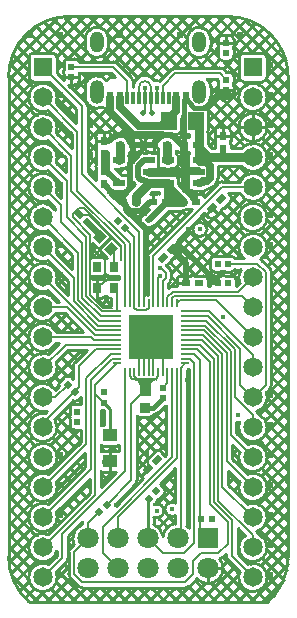
<source format=gtl>
G04 Layer: TopLayer*
G04 EasyEDA Pro v1.9.26, 2023-01-09 17:51:20*
G04 Gerber Generator version 0.3*
G04 Scale: 100 percent, Rotated: No, Reflected: No*
G04 Dimensions in millimeters*
G04 Leading zeros omitted, absolute positions, 3 integers and 3 decimals*
%FSLAX33Y33*%
%MOMM*%
%AMOval*1,1,$1,$2,$3*1,1,$1,$4,$5*20,1,$1,$2,$3,$4,$5,0*%
%AMRect*21,1,$1,$2,0,0,$3*%
%ADD10C,0.254*%
%ADD11C,0.0254*%
%ADD12R,0.599999X1.099998*%
%ADD13R,0.299999X1.099998*%
%ADD14Oval,1.199998X0.0X-0.399999X0.0X0.399999*%
%ADD15Oval,1.2059X0.0X-0.299999X0.0X0.299999*%
%ADD16Oval,1.199998X0.0X-0.299999X0.0X0.299999*%
%ADD17C,1.799996*%
%ADD18R,1.799996X1.799996*%
%ADD19R,1.599997X1.650009*%
%ADD20C,1.650009*%
%ADD21Rect,0.790092X0.540004X135.0*%
%ADD22R,0.790092X0.540004*%
%ADD23R,0.790092X0.540004*%
%ADD24R,0.540004X0.565658*%
%ADD25Rect,0.790092X0.540004X-135.0*%
%ADD26Rect,0.799998X0.864006X135.0*%
%ADD27R,0.799998X0.899998*%
%ADD28R,0.799998X0.899998*%
%ADD29Rect,0.565658X0.540004X45.0*%
%ADD30R,0.565658X0.540004*%
%ADD31Rect,0.565658X0.540004X135.0*%
%ADD32R,0.540004X0.565658*%
%ADD33R,0.999998X0.599999*%
%ADD34R,0.540004X0.790092*%
%ADD35R,0.540004X0.790092*%
%ADD36R,0.864006X0.806475*%
%ADD37R,0.2X0.664997*%
%ADD38R,0.664997X0.2*%
%ADD39R,3.799992X3.799992*%
%ADD40Rect,0.790092X0.540004X45.0*%
%ADD41R,1.334999X1.499997*%
%ADD42R,0.999998X0.550012*%
%ADD43R,1.25001X0.999998*%
%ADD44C,0.610001*%
%ADD45C,0.450002*%
%ADD46C,0.499999*%
%ADD47C,0.599999*%
%ADD48C,0.6096*%
%ADD49C,0.2*%
%ADD50C,0.1778*%
%ADD51C,0.127*%
%ADD52C,0.508*%
%ADD53C,0.762*%
%ADD54C,0.635*%
%ADD55C,0.381*%
G75*

G54D10*

G04 Copper Start*
G01X107013Y-22963D02*
G02X105300Y-19143I3402J3820D01*
G01Y21483D01*
G02X110415Y26598I5115J0D01*
G01X123855D01*
G02X128970Y21483I0J-5115D01*
G01Y-19143D01*
G02X127257Y-22963I-5115J0D01*
G01X107013D01*
G01X124779Y-20901D02*
G03X125987Y-22109I1209J0D01*
G03X127196Y-20901I0J1209D01*
G03X125987Y-19692I-1209J0D01*
G03X125546Y-19775I0J-1209D01*
G01X124693Y-18922D01*
G01Y-16734D01*
G01X125315Y-17356D01*
G03X124779Y-18361I672J-1004D01*
G03X125987Y-19569I1209J0D01*
G03X127196Y-18361I0J1209D01*
G03X126461Y-17249I-1209J0D01*
G03X126329Y-17002I-474J-95D01*
G01X126312Y-16985D01*
G03X127196Y-15821I-324J1164D01*
G03X125987Y-14612I-1209J0D01*
G03X125546Y-14695I0J-1209D01*
G01X123888Y-13038D01*
G01Y-11865D01*
G01X124862Y-12839D01*
G03X124779Y-13281I1125J-441D01*
G03X125987Y-14489I1209J0D01*
G03X127196Y-13281I0J1209D01*
G03X125987Y-12072I-1209J0D01*
G03X125546Y-12155I0J-1209D01*
G01X124241Y-10850D01*
G01Y-9678D01*
G01X124862Y-10299D01*
G03X124779Y-10741I1125J-441D01*
G03X125987Y-11949I1209J0D01*
G03X127196Y-10741I0J1209D01*
G03X125987Y-9532I-1209J0D01*
G03X125546Y-9615I0J-1209D01*
G01X124594Y-8663D01*
G01Y-7780D01*
G03X124717Y-7793I124J596D01*
G03X124855Y-7777I0J609D01*
G03X124779Y-8201I1132J-423D01*
G03X125987Y-9409I1209J0D01*
G03X127196Y-8201I0J1209D01*
G03X126461Y-7089I-1209J0D01*
G03X126329Y-6842I-474J-95D01*
G01X126312Y-6825D01*
G03X127196Y-5661I-324J1164D01*
G03X127113Y-5219I-1209J0D01*
G01X127407Y-4925D01*
G03X127548Y-4583I-342J342D01*
G01Y4946D01*
G03X127407Y5288I-484J0D01*
G01X126710Y5984D01*
G03X126655Y6032I-342J-342D01*
G03X127196Y7039I-667J1008D01*
G03X125987Y8248I-1209J0D01*
G03X124779Y7039I0J-1209D01*
G03X125196Y6126I1209J0D01*
G01X124482D01*
G03X124163Y6296I-319J-214D01*
G01X123597D01*
G03X123447Y6265I0J-384D01*
G03X123297Y6296I-150J-353D01*
G01X122732D01*
G03X122348Y5912I0J-384D01*
G01Y5372D01*
G03X122732Y4989I384J0D01*
G01X123297D01*
G03X123447Y5019I0J384D01*
G03X123597Y4989I150J353D01*
G01X124163D01*
G03X124482Y5159I0J384D01*
G01X124975D01*
G03X124779Y4499I1013J-659D01*
G03X124862Y4058I1209J0D01*
G01X124553Y3748D01*
G01X124547D01*
G01Y4261D01*
G03X124163Y4645I-384J0D01*
G01X123597D01*
G03X123447Y4614I0J-384D01*
G03X123297Y4645I-150J-353D01*
G01X122732D01*
G03X122348Y4261I0J-384D01*
G01Y3748D01*
G01X122194D01*
G01Y4261D01*
G03X121810Y4645I-384J0D01*
G01X121020D01*
G03X120870Y4614I0J-384D01*
G03X120720Y4645I-150J-353D01*
G01X119930D01*
G03X119547Y4261I0J-384D01*
G01Y3748D01*
G01X119201D01*
G03X118860Y3607I0J-484D01*
G01X118835Y3582D01*
G01Y3998D01*
G01X118946Y4109D01*
G03X119087Y4451I-342J342D01*
G01Y4846D01*
G03X118946Y5188I-484J0D01*
G01X118702Y5431D01*
G03X118666Y5525I-584J-172D01*
G01X119104Y5963D01*
G03X119189Y6091I-271J271D01*
G03X119317Y6175I-143J356D01*
G01X119875Y6734D01*
G03X119988Y7005I-271J271D01*
G03X119875Y7277I-384J0D01*
G01X119540Y7612D01*
G01X121859Y9931D01*
G01X122194Y9596D01*
G03X122466Y9483I271J271D01*
G03X122737Y9596I0J384D01*
G01X123295Y10154D01*
G03X123380Y10282I-271J271D01*
G03X123508Y10366I-143J356D01*
G01X124066Y10925D01*
G03X124179Y11196I-271J271D01*
G03X124066Y11468I-384J0D01*
G01X123898Y11636D01*
G01X124880D01*
G03X125987Y10911I1108J484D01*
G03X127196Y12119I0J1209D01*
G03X125987Y13328I-1209J0D01*
G03X124880Y12603I0J-1209D01*
G01X123363D01*
G03X123022Y12461I0J-484D01*
G01X121886Y11326D01*
G03X121530Y11566I-356J-143D01*
G01X120740D01*
G03X120590Y11536I0J-384D01*
G03X120474Y11565I-150J-353D01*
G01X119665Y12374D01*
G01Y12803D01*
G03X119282Y13187I-384J0D01*
G01X119124D01*
G03X118782Y13268I-342J-684D01*
G01X118046D01*
G01Y13728D01*
G03X118038Y13807I-384J0D01*
G03X118282Y13719I244J296D01*
G01X118439D01*
G03X118782Y13638I342J684D01*
G03X119124Y13719I0J765D01*
G01X119282D01*
G03X119665Y14103I0J384D01*
G01Y14703D01*
G03X119487Y15027I-384J0D01*
G01Y15218D01*
G03X119777Y15085I290J251D01*
G01X120567D01*
G03X120617Y15089I0J384D01*
G01Y14981D01*
G03X120498Y14703I265J-278D01*
G01Y14103D01*
G03X120541Y13928I384J0D01*
G03X120498Y13753I341J-175D01*
G01Y13153D01*
G03X120541Y12978I384J0D01*
G03X120498Y12803I341J-175D01*
G01Y12203D01*
G03X120882Y11819I384J0D01*
G01X121226D01*
G03X121382Y11802I156J684D01*
G01X121545D01*
G03X121701Y11819I0J701D01*
G01X121882D01*
G03X122203Y11994I0J384D01*
G03X122572Y12187I-127J690D01*
G01X122847Y12463D01*
G03X123053Y12958I-496J496D01*
G01Y13895D01*
G01X125051D01*
G03X125987Y13451I936J765D01*
G03X127196Y14659I0J1209D01*
G03X125987Y15868I-1209J0D01*
G03X125051Y15424I0J-1209D01*
G01X124101D01*
G01Y15779D01*
G03X124070Y15929I-384J0D01*
G03X124101Y16079I-353J150D01*
G01Y16870D01*
G03X123717Y17253I-384J0D01*
G01X123177D01*
G03X122794Y16870I0J-384D01*
G01Y16079D01*
G03X122824Y15929I384J0D01*
G03X122794Y15779I353J-150D01*
G01Y15424D01*
G01X122485D01*
G01X122146Y15763D01*
G01Y16766D01*
G03X122224Y16998I-306J232D01*
G01Y18498D01*
G03X121841Y18881I-384J0D01*
G01X121772D01*
G03X122406Y19800I-350J919D01*
G01Y20600D01*
G03X122126Y21288I-984J0D01*
G01X122970D01*
G01X123048Y21210D01*
G01Y20957D01*
G03X123078Y20807I384J0D01*
G03X123048Y20657I353J-150D01*
G01Y20092D01*
G03X123431Y19708I384J0D01*
G01X123971D01*
G03X124355Y20092I0J384D01*
G01Y20657D01*
G03X124324Y20807I-384J0D01*
G03X124355Y20957I-353J150D01*
G01Y21523D01*
G03X123971Y21906I-384J0D01*
G01X123719D01*
G01X123512Y22113D01*
G03X123170Y22255I-342J-342D01*
G01X119383D01*
G03X119041Y22113I0J-484D01*
G01X118044Y21115D01*
G03X117847Y21148I-196J-576D01*
G03X117697Y21129I0J-609D01*
G03X116843Y21620I-854J-497D01*
G03X115864Y20641I0J-979D01*
G01Y20584D01*
G01X115831D01*
G01Y21109D01*
G03X115689Y21451I-484J0D01*
G01X114518Y22621D01*
G03X114176Y22763I-342J-342D01*
G01X111244D01*
G03X110890Y22998I-353J-149D01*
G01X110350D01*
G03X109967Y22614I0J-384D01*
G01Y22048D01*
G03X109997Y21898I384J0D01*
G03X109967Y21748I353J-150D01*
G01Y21204D01*
G01X109391Y21780D01*
G01Y23104D01*
G03X109007Y23488I-384J0D01*
G01X107407D01*
G03X107024Y23104I0J-384D01*
G01Y21454D01*
G03X107407Y21071I384J0D01*
G01X108732D01*
G01X111026Y18777D01*
G01Y17605D01*
G01X109333Y19298D01*
G03X109416Y19739I-1125J441D01*
G03X108207Y20948I-1209J0D01*
G03X106999Y19739I0J-1209D01*
G03X108207Y18531I1209J0D01*
G03X108649Y18614I0J1209D01*
G01X110645Y16618D01*
G01Y15446D01*
G01X109333Y16758D01*
G03X109416Y17199I-1125J441D01*
G03X108207Y18408I-1209J0D01*
G03X106999Y17199I0J-1209D01*
G03X108207Y15991I1209J0D01*
G03X108649Y16074I0J1209D01*
G01X110137Y14586D01*
G01Y13414D01*
G01X109333Y14218D01*
G03X109416Y14659I-1125J441D01*
G03X108207Y15868I-1209J0D01*
G03X106999Y14659I0J-1209D01*
G03X108207Y13451I1209J0D01*
G03X108649Y13534I0J1209D01*
G01X109756Y12427D01*
G01Y11255D01*
G01X109333Y11678D01*
G03X109416Y12119I-1125J441D01*
G03X108207Y13328I-1209J0D01*
G03X106999Y12119I0J-1209D01*
G03X108207Y10911I1209J0D01*
G03X108649Y10994I0J1209D01*
G01X109248Y10395D01*
G01Y10194D01*
G03X108207Y10788I-1040J-615D01*
G03X106999Y9579I0J-1209D01*
G03X108207Y8371I1209J0D01*
G03X108649Y8454I0J1209D01*
G01X110695Y6408D01*
G01Y5236D01*
G01X109333Y6598D01*
G03X109416Y7039I-1125J441D01*
G03X108207Y8248I-1209J0D01*
G03X106999Y7039I0J-1209D01*
G03X108207Y5831I1209J0D01*
G03X108649Y5914I0J1209D01*
G01X110343Y4220D01*
G01Y3048D01*
G01X109333Y4058D01*
G03X109416Y4499I-1125J441D01*
G03X108207Y5708I-1209J0D01*
G03X106999Y4499I0J-1209D01*
G03X108207Y3291I1209J0D01*
G03X108649Y3374I0J1209D01*
G01X109580Y2443D01*
G01X109315D01*
G03X108207Y3168I-1108J-484D01*
G03X106999Y1959I0J-1209D01*
G03X108207Y751I1209J0D01*
G03X109315Y1476I0J1209D01*
G01X110049D01*
G01X111622Y-97D01*
G01X109315D01*
G03X108207Y628I-1108J-484D01*
G03X106999Y-581I0J-1209D01*
G03X108207Y-1789I1209J0D01*
G03X109315Y-1064I0J1209D01*
G01X109580D01*
G01X108649Y-1995D01*
G03X108207Y-1912I-441J-1125D01*
G03X106999Y-3121I0J-1209D01*
G03X108207Y-4329I1209J0D01*
G03X109416Y-3121I0J1209D01*
G03X109333Y-2679I-1209J0D01*
G01X110348Y-1664D01*
G01X111901D01*
G01X110914Y-2652D01*
G03X110772Y-2994I342J-342D01*
G01Y-4126D01*
G01X110576Y-3930D01*
G03X110305Y-3818I-271J-271D01*
G03X110034Y-3930I0J-384D01*
G01X109652Y-4312D01*
G03X109540Y-4583I271J-271D01*
G03X109550Y-4673I384J0D01*
G01X109221Y-5002D01*
G03X108207Y-4452I-1013J-658D01*
G03X106999Y-5661I0J-1209D01*
G03X108207Y-6869I1209J0D01*
G03X108513Y-6830I0J1209D01*
G01X108343Y-7000D01*
G03X108207Y-6992I-136J-1201D01*
G03X106999Y-8201I0J-1209D01*
G03X108207Y-9409I1209J0D01*
G03X109416Y-8201I0J1209D01*
G03X109200Y-7511I-1209J0D01*
G01X110770Y-5941D01*
G03X110936Y-5979I166J346D01*
G03X111207Y-5867I0J384D01*
G01X111407Y-5667D01*
G01Y-6212D01*
G01X111398D01*
G01X110858D01*
G03X110475Y-6596I0J-384D01*
G01Y-7162D01*
G03X110505Y-7312I384J0D01*
G03X110475Y-7462I353J-150D01*
G01Y-8027D01*
G03X110858Y-8411I384J0D01*
G01X111398D01*
G01X111407D01*
G01Y-9397D01*
G01X108649Y-12155D01*
G03X108207Y-12072I-441J-1125D01*
G03X106999Y-13281I0J-1209D01*
G03X108207Y-14489I1209J0D01*
G03X109416Y-13281I0J1209D01*
G03X109333Y-12839I-1209J0D01*
G01X111788Y-10384D01*
G01Y-11556D01*
G01X108649Y-14695D01*
G03X108207Y-14612I-441J-1125D01*
G03X106999Y-15821I0J-1209D01*
G03X108207Y-17029I1209J0D01*
G03X109416Y-15821I0J1209D01*
G03X109333Y-15379I-1209J0D01*
G01X112169Y-12543D01*
G01Y-13715D01*
G01X108649Y-17235D01*
G03X108207Y-17152I-441J-1125D01*
G03X106999Y-18361I0J-1209D01*
G03X108207Y-19569I1209J0D01*
G03X109375Y-18673I0J1209D01*
G01Y-19049D01*
G01X108649Y-19775D01*
G03X108207Y-19692I-441J-1125D01*
G03X106999Y-20901I0J-1209D01*
G03X108207Y-22109I1209J0D01*
G03X109416Y-20901I0J1209D01*
G03X109333Y-20459I-1209J0D01*
G01X110200Y-19591D01*
G03X110342Y-19250I-342J342D01*
G01Y-17409D01*
G01X111551Y-16200D01*
G03X111534Y-16329I466J-129D01*
G01Y-16410D01*
G03X110734Y-17599I484J-1189D01*
G03X110835Y-18097I1284J0D01*
G01X110523Y-18409D01*
G03X110381Y-18751I342J-342D01*
G01Y-20616D01*
G03X110523Y-20958I484J0D01*
G01X111198Y-21633D01*
G03X111540Y-21774I342J342D01*
G01X120263D01*
G03X120605Y-21633I0J484D01*
G01X121232Y-21006D01*
G03X122177Y-21422I946J868D01*
G03X123461Y-20139I0J1284D01*
G03X123181Y-19338I-1284J0D01*
G03X123406Y-19210I-116J469D01*
G01X123726Y-18891D01*
G01Y-19123D01*
G03X123867Y-19464I484J0D01*
G01X124862Y-20459D01*
G03X124779Y-20901I1125J-441D01*
G01X108207Y-11949D02*
G03X109416Y-10741I0J1209D01*
G03X108207Y-9532I-1209J0D01*
G03X106999Y-10741I0J-1209D01*
G03X108207Y-11949I1209J0D01*
G01X124779Y19739D02*
G03X125987Y18531I1209J0D01*
G03X127196Y19739I0J1209D01*
G03X125987Y20948I-1209J0D01*
G03X124779Y19739I0J-1209D01*
G01X125987Y8371D02*
G03X127196Y9579I0J1209D01*
G03X125987Y10788I-1209J0D01*
G03X124779Y9579I0J-1209D01*
G03X125987Y8371I1209J0D01*
G01X125987Y15991D02*
G03X127196Y17199I0J1209D01*
G03X125987Y18408I-1209J0D01*
G03X124779Y17199I0J-1209D01*
G03X125987Y15991I1209J0D01*
G01X124804Y21454D02*
G03X125187Y21071I384J0D01*
G01X126787D01*
G03X127171Y21454I0J384D01*
G01Y23104D01*
G03X126787Y23488I-384J0D01*
G01X125187D01*
G03X124804Y23104I0J-384D01*
G01Y21454D01*
G01X121422Y23117D02*
G03X122406Y24100I0J984D01*
G01Y24700D01*
G03X121422Y25684I-984J0D01*
G03X120439Y24700I0J-984D01*
G01Y24100D01*
G03X121422Y23117I984J0D01*
G01X112772Y23117D02*
G03X113756Y24100I0J984D01*
G01Y24700D01*
G03X112772Y25684I-984J0D01*
G03X111789Y24700I0J-984D01*
G01Y24100D01*
G03X112772Y23117I984J0D01*
G01X123048Y23215D02*
G03X123431Y22831I384J0D01*
G01X123971D01*
G03X124355Y23215I0J384D01*
G01Y23780D01*
G03X124324Y23930I-384J0D01*
G03X124355Y24080I-353J150D01*
G01Y24646D01*
G03X123971Y25030I-384J0D01*
G01X123431D01*
G03X123048Y24646I0J-384D01*
G01Y24080D01*
G03X123078Y23930I384J0D01*
G03X123048Y23780I353J-150D01*
G01Y23215D01*
G01X121494Y7955D02*
G03X122103Y8563I0J609D01*
G03X121494Y9172I-609J0D01*
G03X120886Y8563I0J-609D01*
G03X121494Y7955I609J0D01*
G01X126783Y-22963D02*
G01X128533Y-21213D01*
G01X125705Y-22963D02*
G01X128936Y-19732D01*
G01X124628Y-22963D02*
G01X125559Y-22031D01*
G01X127118Y-20473D02*
G01X128970Y-18620D01*
G01X123550Y-22963D02*
G01X124966Y-21547D01*
G01X126633Y-19879D02*
G01X128970Y-17542D01*
G01X122472Y-22963D02*
G01X124811Y-20624D01*
G01X125711Y-19724D02*
G01X125871Y-19564D01*
G01X127190Y-18245D02*
G01X128970Y-16465D01*
G01X121395Y-22963D02*
G01X124380Y-19977D01*
G01X125064Y-19293D02*
G01X125138Y-19220D01*
G01X126847Y-17511D02*
G01X128970Y-15387D01*
G01X120317Y-22963D02*
G01X121890Y-21390D01*
G01X123428Y-19851D02*
G01X123842Y-19437D01*
G01X124693Y-18587D02*
G01X124786Y-18494D01*
G01X127158Y-16122D02*
G01X128970Y-14309D01*
G01X119239Y-22963D02*
G01X120478Y-21724D01*
G01X124693Y-17509D02*
G01X125081Y-17121D01*
G01X127016Y-15186D02*
G01X128970Y-13232D01*
G01X118162Y-22963D02*
G01X119350Y-21774D01*
G01X126429Y-14696D02*
G01X128970Y-12154D01*
G01X117084Y-22963D02*
G01X118272Y-21774D01*
G01X125449Y-14598D02*
G01X125616Y-14431D01*
G01X127138Y-12909D02*
G01X128970Y-11077D01*
G01X116006Y-22963D02*
G01X117195Y-21774D01*
G01X124910Y-14059D02*
G01X124997Y-13973D01*
G01X126679Y-12290D02*
G01X128970Y-9999D01*
G01X114929Y-22963D02*
G01X116117Y-21774D01*
G01X124371Y-13520D02*
G01X124793Y-13099D01*
G01X125806Y-12086D02*
G01X125943Y-11948D01*
G01X127195Y-10696D02*
G01X128970Y-8921D01*
G01X113851Y-22963D02*
G01X115039Y-21774D01*
G01X123888Y-12926D02*
G01X124418Y-12395D01*
G01X125102Y-11712D02*
G01X125177Y-11637D01*
G01X126884Y-9930D02*
G01X128970Y-7844D01*
G01X112774Y-22963D02*
G01X113962Y-21774D01*
G01X124564Y-11173D02*
G01X124796Y-10941D01*
G01X126188Y-9549D02*
G01X126400Y-9337D01*
G01X127123Y-8613D02*
G01X128970Y-6766D01*
G01X111696Y-22963D02*
G01X112884Y-21774D01*
G01X124241Y-10418D02*
G01X124611Y-10048D01*
G01X125295Y-9364D02*
G01X125401Y-9257D01*
G01X127044Y-7614D02*
G01X128970Y-5688D01*
G01X110618Y-22963D02*
G01X111807Y-21774D01*
G01X124756Y-8825D02*
G01X124885Y-8696D01*
G01X126483Y-7098D02*
G01X128970Y-4611D01*
G01X109541Y-22963D02*
G01X111034Y-21469D01*
G01X124594Y-7910D02*
G01X124710Y-7793D01*
G01X127155Y-5348D02*
G01X128970Y-3533D01*
G01X108463Y-22963D02*
G01X110497Y-20929D01*
G01X127548Y-3877D02*
G01X128970Y-2456D01*
G01X107385Y-22963D02*
G01X108239Y-22109D01*
G01X109416Y-20933D02*
G01X110381Y-19967D01*
G01X127548Y-2800D02*
G01X128970Y-1378D01*
G01X106657Y-22613D02*
G01X107438Y-21833D01*
G01X110342Y-18929D02*
G01X110381Y-18889D01*
G01X127548Y-1722D02*
G01X128970Y-300D01*
G01X106180Y-22012D02*
G01X107028Y-21165D01*
G01X108472Y-19721D02*
G01X108755Y-19438D01*
G01X109285Y-18908D02*
G01X109375Y-18818D01*
G01X110342Y-17851D02*
G01X110742Y-17450D01*
G01X127548Y-645D02*
G01X128970Y777D01*
G01X105789Y-21326D02*
G01X107671Y-19444D01*
G01X127548Y433D02*
G01X128970Y1855D01*
G01X105495Y-20543D02*
G01X107130Y-18908D01*
G01X127548Y1511D02*
G01X128970Y2933D01*
G01X105324Y-19636D02*
G01X107114Y-17846D01*
G01X107693Y-17267D02*
G01X107957Y-17003D01*
G01X109390Y-15570D02*
G01X112169Y-12791D01*
G01X127548Y2588D02*
G01X128970Y4010D01*
G01X105300Y-18583D02*
G01X107283Y-16599D01*
G01X127548Y3666D02*
G01X128970Y5088D01*
G01X105300Y-17505D02*
G01X106999Y-15806D01*
G01X108193Y-14612D02*
G01X108321Y-14484D01*
G01X109411Y-13394D02*
G01X111788Y-11017D01*
G01X127548Y4744D02*
G01X128970Y6166D01*
G01X105300Y-16427D02*
G01X107481Y-14246D01*
G01X127211Y5484D02*
G01X128970Y7243D01*
G01X105300Y-15350D02*
G01X107044Y-13606D01*
G01X108533Y-12117D02*
G01X108978Y-11672D01*
G01X109139Y-11511D02*
G01X111407Y-9243D01*
G01X124547Y3897D02*
G01X124824Y4174D01*
G01X126670Y6020D02*
G01X126758Y6108D01*
G01X126919Y6269D02*
G01X128970Y8321D01*
G01X105300Y-14272D02*
G01X107724Y-11848D01*
G01X109315Y-10257D02*
G01X111161Y-8411D01*
G01X124214Y4642D02*
G01X124731Y5159D01*
G01X127095Y7523D02*
G01X128970Y9398D01*
G01X105300Y-13195D02*
G01X107157Y-11338D01*
G01X108804Y-9690D02*
G01X110475Y-8019D01*
G01X122243Y3748D02*
G01X122348Y3854D01*
G01X123139Y4645D02*
G01X123497Y5002D01*
G01X124620Y6126D02*
G01X124937Y6442D01*
G01X126584Y8090D02*
G01X128970Y10476D01*
G01X105300Y-12117D02*
G01X107062Y-10354D01*
G01X107821Y-9595D02*
G01X108022Y-9395D01*
G01X109402Y-8015D02*
G01X110475Y-6942D01*
G01X111204Y-6212D02*
G01X111407Y-6010D01*
G01X122007Y4591D02*
G01X122491Y5074D01*
G01X123713Y6296D02*
G01X124842Y7426D01*
G01X125601Y8185D02*
G01X125802Y8385D01*
G01X127182Y9765D02*
G01X128970Y11554D01*
G01X105300Y-11039D02*
G01X107319Y-9020D01*
G01X120982Y4643D02*
G01X122366Y6027D01*
G01X122618Y6279D02*
G01X125099Y8760D01*
G01X126807Y10468D02*
G01X128970Y12631D01*
G01X105300Y-9962D02*
G01X107000Y-8261D01*
G01X108268Y-6994D02*
G01X108409Y-6852D01*
G01X118918Y3657D02*
G01X119547Y4286D01*
G01X119906Y4644D02*
G01X124780Y9519D01*
G01X126048Y10786D02*
G01X126189Y10928D01*
G01X127179Y11918D02*
G01X128970Y13709D01*
G01X105300Y-8884D02*
G01X107525Y-6658D01*
G01X109205Y-4979D02*
G01X109544Y-4640D01*
G01X110362Y-3822D02*
G01X110772Y-3412D01*
G01X119084Y4901D02*
G01X125305Y11122D01*
G01X126985Y12801D02*
G01X128970Y14787D01*
G01X105300Y-7806D02*
G01X107062Y-6045D01*
G01X108591Y-4515D02*
G01X111442Y-1664D01*
G01X119183Y6077D02*
G01X119203Y6097D01*
G01X119954Y6848D02*
G01X121161Y8055D01*
G01X122003Y8897D02*
G01X122623Y9517D01*
G01X123374Y10268D02*
G01X123394Y10288D01*
G01X124145Y11039D02*
G01X124742Y11636D01*
G01X126371Y13265D02*
G01X128970Y15864D01*
G01X105300Y-6729D02*
G01X107778Y-4250D01*
G01X109337Y-2691D02*
G01X110364Y-1664D01*
G01X119590Y7562D02*
G01X121909Y9881D01*
G01X124631Y12603D02*
G01X125558Y13530D01*
G01X127117Y15089D02*
G01X128970Y16942D01*
G01X105300Y-5651D02*
G01X107185Y-3765D01*
G01X110854Y-97D02*
G01X111238Y287D01*
G01X123554Y12603D02*
G01X124846Y13895D01*
G01X126632Y15682D02*
G01X128970Y18019D01*
G01X105300Y-4573D02*
G01X107031Y-2842D01*
G01X107929Y-1945D02*
G01X108090Y-1783D01*
G01X109776Y-97D02*
G01X110699Y826D01*
G01X121440Y11566D02*
G01X121690Y11817D01*
G01X123053Y13180D02*
G01X123768Y13895D01*
G01X125709Y15835D02*
G01X125870Y15997D01*
G01X127190Y17317D02*
G01X128970Y19097D01*
G01X105300Y-3496D02*
G01X107357Y-1439D01*
G01X109066Y270D02*
G01X110160Y1365D01*
G01X120417Y11622D02*
G01X120675Y11880D01*
G01X124220Y15424D02*
G01X125137Y16341D01*
G01X126846Y18050D02*
G01X128970Y20175D01*
G01X105300Y-2418D02*
G01X107006Y-712D01*
G01X108339Y621D02*
G01X108506Y788D01*
G01X119878Y12161D02*
G01X120498Y12780D01*
G01X124101Y16383D02*
G01X124786Y17068D01*
G01X126119Y18401D02*
G01X126286Y18568D01*
G01X127158Y19440D02*
G01X128970Y21252D01*
G01X105300Y-1341D02*
G01X107572Y932D01*
G01X109235Y2595D02*
G01X109332Y2691D01*
G01X110015Y3375D02*
G01X110343Y3702D01*
G01X119621Y12981D02*
G01X120520Y13880D01*
G01X122275Y15634D02*
G01X122794Y16154D01*
G01X123864Y17224D02*
G01X125352Y18712D01*
G01X127015Y20375D02*
G01X128909Y22269D01*
G01X105300Y-263D02*
G01X107082Y1519D01*
G01X108648Y3085D02*
G01X108793Y3230D01*
G01X109477Y3914D02*
G01X110063Y4500D01*
G01X118829Y13266D02*
G01X119282Y13719D01*
G01X119665Y14103D02*
G01X120617Y15055D01*
G01X122146Y16584D02*
G01X124862Y19299D01*
G01X126428Y20865D02*
G01X126634Y21071D01*
G01X127171Y21608D02*
G01X128697Y23134D01*
G01X105300Y815D02*
G01X107835Y3350D01*
G01X109357Y4872D02*
G01X109524Y5039D01*
G01X110208Y5723D02*
G01X110695Y6210D01*
G01X118046Y13561D02*
G01X118211Y13726D01*
G01X119502Y15017D02*
G01X119609Y15124D01*
G01X122224Y17739D02*
G01X125556Y21071D01*
G01X127171Y22686D02*
G01X128371Y23886D01*
G01X105300Y1892D02*
G01X107216Y3808D01*
G01X108898Y5491D02*
G01X108985Y5578D01*
G01X109669Y6262D02*
G01X110255Y6848D01*
G01X122142Y18735D02*
G01X123196Y19789D01*
G01X124355Y20947D02*
G01X124808Y21400D01*
G01X126883Y23476D02*
G01X127952Y24545D01*
G01X105300Y2970D02*
G01X107013Y4683D01*
G01X108024Y5694D02*
G01X108162Y5832D01*
G01X109415Y7085D02*
G01X109716Y7387D01*
G01X122406Y20076D02*
G01X123054Y20724D01*
G01X124177Y21847D02*
G01X124804Y22474D01*
G01X125818Y23488D02*
G01X127451Y25121D01*
G01X105300Y4048D02*
G01X107396Y6144D01*
G01X109103Y7851D02*
G01X109178Y7925D01*
G01X122299Y21047D02*
G01X122540Y21288D01*
G01X123431Y22179D02*
G01X124109Y22857D01*
G01X124329Y23077D02*
G01X126868Y25616D01*
G01X105300Y5125D02*
G01X107015Y6841D01*
G01X108406Y8232D02*
G01X108617Y8442D01*
G01X122429Y22255D02*
G01X123140Y22965D01*
G01X124355Y24180D02*
G01X126202Y26028D01*
G01X105300Y6203D02*
G01X107620Y8523D01*
G01X121352Y22255D02*
G01X123065Y23968D01*
G01X124103Y25006D02*
G01X125442Y26345D01*
G01X105300Y7280D02*
G01X107105Y9085D01*
G01X108702Y10682D02*
G01X108831Y10812D01*
G01X109515Y11496D02*
G01X109756Y11737D01*
G01X120274Y22255D02*
G01X121169Y23150D01*
G01X122406Y24387D02*
G01X124567Y26548D01*
G01X105300Y8358D02*
G01X107225Y10284D01*
G01X107503Y10562D02*
G01X107894Y10952D01*
G01X109375Y12433D02*
G01X109562Y12621D01*
G01X119116Y22174D02*
G01X120563Y23622D01*
G01X122219Y25277D02*
G01X123540Y26598D01*
G01X105300Y9436D02*
G01X107248Y11384D01*
G01X108943Y13079D02*
G01X109024Y13160D01*
G01X109707Y13843D02*
G01X110137Y14273D01*
G01X117346Y21482D02*
G01X120439Y24575D01*
G01X121541Y25677D02*
G01X122462Y26598D01*
G01X105300Y10513D02*
G01X107003Y12216D01*
G01X108110Y13324D02*
G01X108238Y13451D01*
G01X109416Y14629D02*
G01X109755Y14968D01*
G01X110439Y15652D02*
G01X110645Y15859D01*
G01X115831Y21044D02*
G01X121384Y26598D01*
G01X105300Y11591D02*
G01X107437Y13728D01*
G01X109139Y15430D02*
G01X109216Y15507D01*
G01X109900Y16191D02*
G01X110486Y16777D01*
G01X115424Y21715D02*
G01X120307Y26598D01*
G01X105300Y12669D02*
G01X107028Y14397D01*
G01X108470Y15839D02*
G01X108677Y16046D01*
G01X109361Y16730D02*
G01X109947Y17316D01*
G01X110631Y18000D02*
G01X111026Y18395D01*
G01X114885Y22254D02*
G01X119229Y26598D01*
G01X105300Y13746D02*
G01X107670Y16117D01*
G01X109290Y17737D02*
G01X109408Y17855D01*
G01X110092Y18539D02*
G01X110678Y19125D01*
G01X114300Y22747D02*
G01X118151Y26598D01*
G01X105300Y14824D02*
G01X107129Y16653D01*
G01X108753Y18278D02*
G01X108869Y18394D01*
G01X109553Y19077D02*
G01X110139Y19664D01*
G01X113239Y22763D02*
G01X117074Y26598D01*
G01X105300Y15901D02*
G01X107115Y17717D01*
G01X107690Y18291D02*
G01X107956Y18557D01*
G01X109389Y19991D02*
G01X109601Y20202D01*
G01X112161Y22763D02*
G01X112542Y23144D01*
G01X113756Y24358D02*
G01X115996Y26598D01*
G01X105300Y16979D02*
G01X107282Y18962D01*
G01X108985Y20665D02*
G01X109062Y20741D01*
G01X109746Y21425D02*
G01X109967Y21646D01*
G01X111183Y22862D02*
G01X111924Y23603D01*
G01X113581Y25260D02*
G01X114918Y26598D01*
G01X105300Y18057D02*
G01X106999Y19756D01*
G01X108191Y20948D02*
G01X108314Y21071D01*
G01X109391Y22148D02*
G01X109991Y22748D01*
G01X110216Y22973D02*
G01X111789Y24546D01*
G01X112916Y25673D02*
G01X113841Y26598D01*
G01X105300Y19134D02*
G01X107264Y21099D01*
G01X109376Y23211D02*
G01X112763Y26598D01*
G01X105300Y20212D02*
G01X107024Y21936D01*
G01X108576Y23488D02*
G01X111686Y26598D01*
G01X105300Y21290D02*
G01X107024Y23014D01*
G01X107498Y23488D02*
G01X110608Y26598D01*
G01X105394Y22462D02*
G01X109436Y26503D01*
G01X106127Y24273D02*
G01X107625Y25770D01*
G01X128774Y22887D02*
G01X125259Y26401D01*
G01X128969Y21615D02*
G01X123987Y26596D01*
G01X128970Y20535D02*
G01X127171Y22334D01*
G01X126017Y23488D02*
G01X122908Y26598D01*
G01X128970Y19458D02*
G01X127135Y21293D01*
G01X124993Y23435D02*
G01X124355Y24073D01*
G01X123400Y25028D02*
G01X121830Y26598D01*
G01X128970Y18380D02*
G01X127066Y20284D01*
G01X126532Y20819D02*
G01X126279Y21071D01*
G01X124804Y22546D02*
G01X124312Y23038D01*
G01X123048Y24302D02*
G01X122363Y24987D01*
G01X121709Y25641D02*
G01X120752Y26598D01*
G01X128970Y17302D02*
G01X127070Y19202D01*
G01X125450Y20822D02*
G01X125202Y21071D01*
G01X124804Y21469D02*
G01X123441Y22831D01*
G01X123048Y23225D02*
G01X122383Y23890D01*
G01X120806Y25467D02*
G01X119675Y26598D01*
G01X128970Y16225D02*
G01X126534Y18661D01*
G01X124909Y20286D02*
G01X124341Y20854D01*
G01X122940Y22255D02*
G01X121934Y23261D01*
G01X120440Y24755D02*
G01X118597Y26598D01*
G01X128970Y15147D02*
G01X127169Y16948D01*
G01X125736Y18382D02*
G01X125470Y18647D01*
G01X124895Y19222D02*
G01X124268Y19849D01*
G01X123048Y21069D02*
G01X122829Y21288D01*
G01X121862Y22255D02*
G01X117519Y26598D01*
G01X128970Y14069D02*
G01X126765Y16274D01*
G01X125062Y17977D02*
G01X123313Y19727D01*
G01X123067Y19973D02*
G01X122405Y20634D01*
G01X120785Y22255D02*
G01X116442Y26598D01*
G01X128970Y12992D02*
G01X127191Y14771D01*
G01X126099Y15863D02*
G01X125971Y15991D01*
G01X124779Y17183D02*
G01X122381Y19581D01*
G01X119707Y22255D02*
G01X115364Y26598D01*
G01X128970Y11914D02*
G01X126952Y13932D01*
G01X125260Y15624D02*
G01X124101Y16783D01*
G01X123631Y17253D02*
G01X121928Y18957D01*
G01X118906Y21978D02*
G01X114286Y26598D01*
G01X128970Y10837D02*
G01X126926Y12881D01*
G01X126749Y13058D02*
G01X126312Y13495D01*
G01X124383Y15424D02*
G01X124101Y15706D01*
G01X122814Y16993D02*
G01X122224Y17582D01*
G01X118367Y21439D02*
G01X113209Y26598D01*
G01X128970Y9759D02*
G01X127094Y11635D01*
G01X125503Y13227D02*
G01X124834Y13895D01*
G01X122817Y15912D02*
G01X122146Y16583D01*
G01X117162Y21567D02*
G01X113699Y25030D01*
G01X113102Y25627D02*
G01X112131Y26598D01*
G01X128970Y8681D02*
G01X126583Y11068D01*
G01X124936Y12715D02*
G01X123757Y13895D01*
G01X116240Y21412D02*
G01X113738Y23913D01*
G01X112172Y25479D02*
G01X111054Y26598D01*
G01X128970Y7604D02*
G01X127181Y9392D01*
G01X125800Y10773D02*
G01X125599Y10975D01*
G01X123971Y12603D02*
G01X123053Y13521D01*
G01X115866Y20708D02*
G01X115831Y20743D01*
G01X113811Y22763D02*
G01X113302Y23272D01*
G01X111792Y24782D02*
G01X109993Y26581D01*
G01X128970Y6526D02*
G01X126806Y8690D01*
G01X125098Y10398D02*
G01X124147Y11350D01*
G01X123028Y12468D02*
G01X122932Y12564D01*
G01X120570Y14926D02*
G01X120411Y15085D01*
G01X112733Y22763D02*
G01X112183Y23313D01*
G01X111985Y23512D02*
G01X109076Y26420D01*
G01X128970Y5448D02*
G01X127179Y7239D01*
G01X126187Y8231D02*
G01X126046Y8372D01*
G01X124780Y9638D02*
G01X123780Y10639D01*
G01X122489Y11929D02*
G01X122372Y12047D01*
G01X120525Y13894D02*
G01X119661Y14757D01*
G01X111656Y22763D02*
G01X108285Y26134D01*
G01X128970Y4371D02*
G01X126984Y6356D01*
G01X125304Y8037D02*
G01X123241Y10100D01*
G01X121951Y11390D02*
G01X121539Y11802D01*
G01X120500Y12841D02*
G01X119530Y13811D01*
G01X110343Y22998D02*
G01X107592Y25749D01*
G01X128970Y3293D02*
G01X127548Y4715D01*
G01X124841Y7422D02*
G01X122700Y9563D01*
G01X120699Y11564D02*
G01X119665Y12598D01*
G01X119041Y13222D02*
G01X118604Y13659D01*
G01X109967Y22296D02*
G01X109391Y22872D01*
G01X108775Y23488D02*
G01X106985Y25278D01*
G01X128970Y2215D02*
G01X127548Y3637D01*
G01X125060Y6126D02*
G01X121557Y9629D01*
G01X109967Y21219D02*
G01X109391Y21795D01*
G01X107698Y23488D02*
G01X106459Y24726D01*
G01X128970Y1138D02*
G01X127548Y2560D01*
G01X124965Y5143D02*
G01X124949Y5159D01*
G01X123812Y6296D02*
G01X121949Y8159D01*
G01X121090Y9018D02*
G01X121018Y9090D01*
G01X107024Y23084D02*
G01X106015Y24093D01*
G01X128970Y60D02*
G01X127548Y1482D01*
G01X124812Y4218D02*
G01X124042Y4989D01*
G01X122734Y6296D02*
G01X120479Y8551D01*
G01X111026Y18005D02*
G01X109410Y19620D01*
G01X108088Y20942D02*
G01X107960Y21071D01*
G01X107024Y22007D02*
G01X105660Y23370D01*
G01X128970Y-1017D02*
G01X127548Y404D01*
G01X123308Y4645D02*
G01X122964Y4989D01*
G01X122348Y5605D02*
G01X119940Y8012D01*
G01X107356Y20597D02*
G01X105411Y22542D01*
G01X128970Y-2095D02*
G01X127548Y-673D01*
G01X122408Y4467D02*
G01X119973Y6902D01*
G01X110645Y16230D02*
G01X109379Y17496D01*
G01X108504Y18371D02*
G01X108337Y18538D01*
G01X107006Y19869D02*
G01X105300Y21575D01*
G01X128970Y-3173D02*
G01X127548Y-1751D01*
G01X121153Y4645D02*
G01X119469Y6328D01*
G01X107571Y18227D02*
G01X105300Y20498D01*
G01X128970Y-4250D02*
G01X127548Y-2828D01*
G01X120075Y4645D02*
G01X118931Y5789D01*
G01X110137Y14583D02*
G01X108646Y16073D01*
G01X107081Y17639D02*
G01X105300Y19420D01*
G01X128970Y-5328D02*
G01X127548Y-3906D01*
G01X119547Y4096D02*
G01X119087Y4555D01*
G01X110137Y13505D02*
G01X109357Y14286D01*
G01X107834Y15809D02*
G01X105300Y18343D01*
G01X128970Y-6406D02*
G01X127446Y-4881D01*
G01X118912Y3652D02*
G01X118835Y3730D01*
G01X107215Y15349D02*
G01X105300Y17265D01*
G01X128970Y-7483D02*
G01X127195Y-5708D01*
G01X109756Y11731D02*
G01X109415Y12072D01*
G01X108160Y13327D02*
G01X108022Y13465D01*
G01X107013Y14474D02*
G01X105300Y16187D01*
G01X128970Y-8561D02*
G01X126882Y-6473D01*
G01X107395Y13014D02*
G01X105300Y15110D01*
G01X128970Y-9638D02*
G01X127125Y-7794D01*
G01X108614Y10717D02*
G01X108405Y10927D01*
G01X107015Y12317D02*
G01X105300Y14032D01*
G01X128970Y-10716D02*
G01X127043Y-8789D01*
G01X107619Y10635D02*
G01X105300Y12954D01*
G01X128970Y-11794D02*
G01X126480Y-9304D01*
G01X107104Y10073D02*
G01X105300Y11877D01*
G01X128970Y-12871D02*
G01X127154Y-11055D01*
G01X125673Y-9574D02*
G01X125278Y-9179D01*
G01X125009Y-8910D02*
G01X124594Y-8495D01*
G01X110695Y5404D02*
G01X109374Y6725D01*
G01X107893Y8206D02*
G01X107498Y8601D01*
G01X107229Y8870D02*
G01X105300Y10799D01*
G01X128970Y-13949D02*
G01X126722Y-11700D01*
G01X107248Y7774D02*
G01X105300Y9722D01*
G01X128970Y-15027D02*
G01X127196Y-13252D01*
G01X126016Y-12072D02*
G01X125889Y-11945D01*
G01X124783Y-10839D02*
G01X124241Y-10297D01*
G01X110343Y3601D02*
G01X109416Y4528D01*
G01X108236Y5708D02*
G01X108109Y5835D01*
G01X107003Y6941D02*
G01X105300Y8644D01*
G01X128970Y-16104D02*
G01X126918Y-14052D01*
G01X107436Y5430D02*
G01X105300Y7566D01*
G01X128970Y-17182D02*
G01X127068Y-15280D01*
G01X126528Y-14740D02*
G01X126249Y-14460D01*
G01X124807Y-13019D02*
G01X123888Y-12100D01*
G01X109345Y2443D02*
G01X109288Y2500D01*
G01X108748Y3040D02*
G01X108469Y3320D01*
G01X107027Y4761D02*
G01X105300Y6489D01*
G01X128970Y-18260D02*
G01X127069Y-16359D01*
G01X110808Y-97D02*
G01X109289Y1421D01*
G01X107669Y3042D02*
G01X105300Y5411D01*
G01X128967Y-19334D02*
G01X126532Y-16899D01*
G01X111599Y-1966D02*
G01X111297Y-1664D01*
G01X109730Y-97D02*
G01X108752Y881D01*
G01X107129Y2504D02*
G01X105300Y4333D01*
G01X128841Y-20286D02*
G01X127169Y-18614D01*
G01X111060Y-2505D02*
G01X110284Y-1728D01*
G01X107954Y601D02*
G01X107687Y869D01*
G01X107117Y1439D02*
G01X105300Y3256D01*
G01X128580Y-21102D02*
G01X126764Y-19286D01*
G01X125062Y-17584D02*
G01X124693Y-17215D01*
G01X110772Y-3294D02*
G01X109745Y-2267D01*
G01X109061Y-1583D02*
G01X108984Y-1506D01*
G01X107282Y196D02*
G01X105300Y2178D01*
G01X128216Y-21816D02*
G01X127191Y-20791D01*
G01X126097Y-19697D02*
G01X125969Y-19569D01*
G01X124779Y-18379D02*
G01X124693Y-18293D01*
G01X110226Y-3826D02*
G01X109411Y-3011D01*
G01X108317Y-1917D02*
G01X108189Y-1789D01*
G01X106999Y-599D02*
G01X105300Y1101D01*
G01X127764Y-22442D02*
G01X126952Y-21629D01*
G01X111407Y-6084D02*
G01X111198Y-5875D01*
G01X109644Y-4321D02*
G01X109172Y-3849D01*
G01X107479Y-2156D02*
G01X105300Y23D01*
G01X127208Y-22963D02*
G01X126310Y-22065D01*
G01X124823Y-20578D02*
G01X123431Y-19186D01*
G01X110579Y-6334D02*
G01X110478Y-6233D01*
G01X109234Y-4989D02*
G01X109153Y-4909D01*
G01X108959Y-4714D02*
G01X108530Y-4285D01*
G01X107043Y-2798D02*
G01X105300Y-1055D01*
G01X126130Y-22963D02*
G01X123453Y-20285D01*
G01X110498Y-7331D02*
G01X109939Y-6772D01*
G01X107721Y-4554D02*
G01X105300Y-2132D01*
G01X125052Y-22963D02*
G01X123110Y-21020D01*
G01X111407Y-9317D02*
G01X109400Y-7311D01*
G01X107155Y-5066D02*
G01X105300Y-3210D01*
G01X123975Y-22963D02*
G01X122412Y-21400D01*
G01X111788Y-10776D02*
G01X111592Y-10580D01*
G01X110908Y-9896D02*
G01X109401Y-8389D01*
G01X108019Y-7007D02*
G01X107816Y-6804D01*
G01X107064Y-6052D02*
G01X105300Y-4288D01*
G01X122897Y-22963D02*
G01X121086Y-21152D01*
G01X111639Y-11705D02*
G01X111053Y-11119D01*
G01X110369Y-10435D02*
G01X109025Y-9091D01*
G01X107317Y-7383D02*
G01X105300Y-5365D01*
G01X121820Y-22963D02*
G01X120542Y-21686D01*
G01X112169Y-13312D02*
G01X111784Y-12927D01*
G01X111100Y-12244D02*
G01X110514Y-11657D01*
G01X109830Y-10974D02*
G01X109400Y-10543D01*
G01X108405Y-9548D02*
G01X108265Y-9408D01*
G01X107000Y-8143D02*
G01X105300Y-6443D01*
G01X120742Y-22963D02*
G01X119554Y-21774D01*
G01X111832Y-14052D02*
G01X111245Y-13466D01*
G01X110562Y-12782D02*
G01X109975Y-12196D01*
G01X109292Y-11512D02*
G01X109204Y-11425D01*
G01X107523Y-9744D02*
G01X105300Y-7520D01*
G01X119664Y-22963D02*
G01X118476Y-21774D01*
G01X111293Y-14591D02*
G01X110707Y-14005D01*
G01X110023Y-13321D02*
G01X109437Y-12735D01*
G01X108753Y-12051D02*
G01X108589Y-11887D01*
G01X107061Y-10359D02*
G01X105300Y-8598D01*
G01X118587Y-22963D02*
G01X117398Y-21774D01*
G01X110754Y-15130D02*
G01X110168Y-14544D01*
G01X109484Y-13860D02*
G01X109336Y-13712D01*
G01X107776Y-12152D02*
G01X105300Y-9676D01*
G01X117509Y-22963D02*
G01X116321Y-21774D01*
G01X111176Y-16629D02*
G01X111149Y-16602D01*
G01X110215Y-15669D02*
G01X109629Y-15083D01*
G01X108945Y-14399D02*
G01X108850Y-14304D01*
G01X107184Y-12638D02*
G01X105300Y-10753D01*
G01X116431Y-22963D02*
G01X115243Y-21774D01*
G01X110769Y-17300D02*
G01X110610Y-17141D01*
G01X109676Y-16208D02*
G01X109410Y-15941D01*
G01X108087Y-14618D02*
G01X107924Y-14455D01*
G01X107033Y-13564D02*
G01X105300Y-11831D01*
G01X115354Y-22963D02*
G01X114166Y-21774D01*
G01X110662Y-18271D02*
G01X110342Y-17951D01*
G01X109138Y-16747D02*
G01X109064Y-16673D01*
G01X107355Y-14964D02*
G01X105300Y-12909D01*
G01X114276Y-22963D02*
G01X113088Y-21774D01*
G01X110381Y-19068D02*
G01X110342Y-19029D01*
G01X108502Y-17188D02*
G01X108336Y-17022D01*
G01X107006Y-15692D02*
G01X105300Y-13986D01*
G01X113198Y-22963D02*
G01X112010Y-21774D01*
G01X110381Y-20146D02*
G01X110014Y-19778D01*
G01X109330Y-19094D02*
G01X109234Y-18998D01*
G01X107570Y-17334D02*
G01X105300Y-15064D01*
G01X112121Y-22963D02*
G01X109475Y-20317D01*
G01X108791Y-19633D02*
G01X108645Y-19487D01*
G01X107081Y-17923D02*
G01X105300Y-16142D01*
G01X111043Y-22963D02*
G01X109356Y-21276D01*
G01X107832Y-19752D02*
G01X105300Y-17219D01*
G01X109966Y-22963D02*
G01X108896Y-21893D01*
G01X107214Y-20212D02*
G01X105300Y-18297D01*
G01X108888Y-22963D02*
G01X108020Y-22094D01*
G01X107014Y-21088D02*
G01X105305Y-19380D01*
G01X107810Y-22963D02*
G01X105540Y-20692D01*
G01X119420Y-16334D02*
G03X118367Y-17413I217J-1265D01*
G03X117608Y-16421I-1270J-186D01*
G01Y-15818D01*
G03X117859Y-15873I251J554D01*
G03X118468Y-15264I0J609D01*
G03X117859Y-14655I-609J0D01*
G03X117609Y-14710I0J-609D01*
G01X117834Y-14484D01*
G03X117919Y-14356I-271J271D01*
G03X118047Y-14272I-144J356D01*
G01X118447Y-13872D01*
G03X118559Y-13600I-271J271D01*
G03X118447Y-13329I-384J0D01*
G01X118090Y-12972D01*
G01X119420Y-11642D01*
G01Y-14602D01*
G03X119129Y-14528I-291J-535D01*
G03X118521Y-15137I0J-609D01*
G03X119129Y-15746I609J0D01*
G03X119420Y-15672I0J609D01*
G01Y-16334D01*
G01X118361Y-17375D02*
G01X118376Y-17360D01*
G01X119399Y-16337D02*
G01X119420Y-16316D01*
G01X117986Y-16673D02*
G01X118943Y-15716D01*
G01X117608Y-15973D02*
G01X117724Y-15857D01*
G01X118453Y-15128D02*
G01X118526Y-15055D01*
G01X119047Y-14534D02*
G01X119420Y-14161D01*
G01X117848Y-14656D02*
G01X119420Y-13083D01*
G01X118272Y-13154D02*
G01X119420Y-12006D01*
G01X119420Y-11942D02*
G01X119270Y-11792D01*
G01X119420Y-13020D02*
G01X118731Y-12331D01*
G01X119420Y-14098D02*
G01X118192Y-12870D01*
G01X118844Y-14599D02*
G01X118282Y-14037D01*
G01X119420Y-16253D02*
G01X118839Y-15672D01*
G01X118594Y-15427D02*
G01X118467Y-15300D01*
G01X117824Y-14657D02*
G01X117743Y-14575D01*
G01X118756Y-16666D02*
G01X117955Y-15865D01*
G01X118376Y-17364D02*
G01X118355Y-17343D01*
G01X120541Y-16687D02*
G03X120387Y-16557I-904J-911D01*
G01Y-3336D01*
G01X120459Y-3264D01*
G01X120541D01*
G01Y-16687D01*
G01X120387Y-16427D02*
G01X120541Y-16272D01*
G01X120387Y-15349D02*
G01X120541Y-15195D01*
G01X120387Y-14271D02*
G01X120541Y-14117D01*
G01X120387Y-13194D02*
G01X120541Y-13040D01*
G01X120387Y-12116D02*
G01X120541Y-11962D01*
G01X120387Y-11039D02*
G01X120541Y-10884D01*
G01X120387Y-9961D02*
G01X120541Y-9807D01*
G01X120387Y-8883D02*
G01X120541Y-8729D01*
G01X120387Y-7806D02*
G01X120541Y-7651D01*
G01X120387Y-6728D02*
G01X120541Y-6574D01*
G01X120387Y-5650D02*
G01X120541Y-5496D01*
G01X120387Y-4573D02*
G01X120541Y-4419D01*
G01X120387Y-3495D02*
G01X120541Y-3341D01*
G01X120541Y-3365D02*
G01X120450Y-3273D01*
G01X120541Y-4443D02*
G01X120387Y-4288D01*
G01X120541Y-5520D02*
G01X120387Y-5366D01*
G01X120541Y-6598D02*
G01X120387Y-6444D01*
G01X120541Y-7675D02*
G01X120387Y-7521D01*
G01X120541Y-8753D02*
G01X120387Y-8599D01*
G01X120541Y-9831D02*
G01X120387Y-9677D01*
G01X120541Y-10908D02*
G01X120387Y-10754D01*
G01X120541Y-11986D02*
G01X120387Y-11832D01*
G01X120541Y-13064D02*
G01X120387Y-12909D01*
G01X120541Y-14141D02*
G01X120387Y-13987D01*
G01X120541Y-15219D02*
G01X120387Y-15065D01*
G01X120541Y-16297D02*
G01X120387Y-16142D01*
G01X114356Y-14839D02*
G03X114368Y-14743I-371J96D01*
G03X114361Y-14669I-384J0D01*
G01X116042Y-12987D01*
G03X116184Y-12646I-342J342D01*
G01Y-7253D01*
G03X116411Y-7328I227J309D01*
G01X117275D01*
G03X117622Y-7109I0J384D01*
G03X117945Y-6947I-83J568D01*
G01X118513Y-6379D01*
G01X118637D01*
G03X118668Y-6378I0J384D01*
G01Y-10527D01*
G01X118585Y-10610D01*
G01X118223Y-10249D01*
G03X117952Y-10136I-271J-271D01*
G03X117681Y-10249I0J-384D01*
G01X117122Y-10807D01*
G03X117038Y-10935I271J-271D01*
G03X116910Y-11020I143J-356D01*
G01X116352Y-11578D01*
G03X116239Y-11849I271J-271D01*
G03X116352Y-12121I384J0D01*
G01X116713Y-12482D01*
G01X114356Y-14839D01*
G01X116184Y-12009D02*
G01X116251Y-11942D01*
G01X118045Y-10148D02*
G01X118668Y-9525D01*
G01X116184Y-10931D02*
G01X118668Y-8447D01*
G01X116184Y-9854D02*
G01X118668Y-7370D01*
G01X116184Y-8776D02*
G01X118581Y-6379D01*
G01X116184Y-7698D02*
G01X116555Y-7328D01*
G01X118668Y-6880D02*
G01X118340Y-6552D01*
G01X118668Y-7957D02*
G01X117775Y-7064D01*
G01X118668Y-9035D02*
G01X116961Y-7328D01*
G01X118668Y-10112D02*
G01X116184Y-7628D01*
G01X117705Y-10227D02*
G01X116184Y-8706D01*
G01X117165Y-10765D02*
G01X116184Y-9784D01*
G01X116626Y-11304D02*
G01X116184Y-10861D01*
G01X116297Y-12052D02*
G01X116184Y-11939D01*
G01X116181Y-13014D02*
G01X116094Y-12927D01*
G01X115642Y-13553D02*
G01X115560Y-13470D01*
G01X115103Y-14091D02*
G01X115021Y-14009D01*
G01X114565Y-14630D02*
G01X114482Y-14548D01*
G01X113136Y-13247D02*
G01X113136Y-11927D01*
G03X113297Y-11962I161J348D01*
G01X114421D01*
G01X113136Y-13247D01*
G01X113136Y-12902D02*
G01X114075Y-11962D01*
G01X114237Y-12147D02*
G01X114052Y-11962D01*
G01X113698Y-12686D02*
G01X113136Y-12124D01*
G01X113159Y-13225D02*
G01X113136Y-13202D01*
G01X113297Y-10195D02*
G03X113136Y-10231I0J-384D01*
G01Y-9726D01*
G03X113297Y-9762I161J348D01*
G01X114547D01*
G03X114668Y-9743I0J384D01*
G01Y-10215D01*
G03X114547Y-10195I-121J-364D01*
G01X113297D01*
G01X113687Y-10195D02*
G01X114120Y-9762D01*
G01X114440Y-10195D02*
G01X114007Y-9762D01*
G01X113362Y-10195D02*
G01X113136Y-9969D01*
G01X113297Y-7995D02*
G03X113136Y-8031I0J-384D01*
G01Y-6760D01*
G01X113144D01*
G01X113359D01*
G01X113412Y-6813D01*
G01Y-7995D01*
G01X113297D01*
G01X113136Y-7514D02*
G01X113412Y-7238D01*
G01X113412Y-7012D02*
G01X113160Y-6760D01*
G01X113318Y-7995D02*
G01X113136Y-7813D01*
G01X113384Y2103D02*
G01X112746Y2741D01*
G01X113216D01*
G03X113541Y2921I0J384D01*
G03X113866Y2741I325J204D01*
G01X113960D01*
G01Y2103D01*
G01X113384D01*
G01X113219Y2268D02*
G01X113720Y2770D01*
G01X113960Y2139D02*
G01X113338Y2761D01*
G01X116951Y3030D02*
G03X116851Y3043I-100J-370D01*
G01X116835D01*
G01Y8377D01*
G03X116693Y8719I-484J0D01*
G01X115153Y10259D01*
G01X115360D01*
G03X115510Y10290I0J384D01*
G03X115658Y10259I150J353D01*
G03X116055Y10148I397J654D01*
G03X116452Y10259I0J765D01*
G03X116780Y10447I-2J384D01*
G03X117110Y10259I330J196D01*
G01X117189D01*
G01X116838Y9908D01*
G03X116460Y9325I260J-582D01*
G03X117097Y8688I638J0D01*
G01X117157D01*
G03X117608Y8875I0J638D01*
G01X118882Y10148D01*
G01X120045D01*
G03X120442Y10259I0J765D01*
G03X120590Y10290I-2J384D01*
G03X120740Y10259I150J353D01*
G01X120820D01*
G01X117209Y6649D01*
G03X117068Y6307I342J-342D01*
G01Y3043D01*
G01X117052D01*
G03X116951Y3030I0J-384D01*
G01X116835Y3729D02*
G01X117068Y3962D01*
G01X116835Y4807D02*
G01X117068Y5039D01*
G01X116835Y5884D02*
G01X117068Y6117D01*
G01X116835Y6962D02*
G01X120022Y10148D01*
G01X116835Y8039D02*
G01X118944Y10148D01*
G01X116565Y8847D02*
G01X116620Y8902D01*
G01X116026Y9386D02*
G01X116940Y10299D01*
G01X115488Y9925D02*
G01X115767Y10205D01*
G01X120334Y9774D02*
G01X119960Y10148D01*
G01X119795Y9235D02*
G01X118882Y10148D01*
G01X119257Y8696D02*
G01X118343Y9610D01*
G01X118718Y8157D02*
G01X117804Y9071D01*
G01X116903Y9973D02*
G01X116590Y10286D01*
G01X118179Y7619D02*
G01X117110Y8688D01*
G01X116460Y9338D02*
G01X115508Y10289D01*
G01X117640Y7080D02*
G01X116835Y7885D01*
G01X117119Y6523D02*
G01X116835Y6807D01*
G01X117068Y5497D02*
G01X116835Y5730D01*
G01X117068Y4419D02*
G01X116835Y4652D01*
G01X117068Y3342D02*
G01X116835Y3574D01*
G01X113541Y4228D02*
G03X113216Y4408I-325J-204D01*
G01X112416D01*
G03X112368Y4405I0J-384D01*
G01Y4594D01*
G03X112416Y4591I48J380D01*
G01X113216D01*
G03X113541Y4770I0J384D01*
G03X113866Y4591I325J204D01*
G01X114666D01*
G01X114668D01*
G01Y4408D01*
G01X114666D01*
G01X113866D01*
G03X113541Y4228I0J-384D01*
G01X114281Y4408D02*
G01X114464Y4591D01*
G01X113203Y4408D02*
G01X113551Y4756D01*
G01X113847Y4407D02*
G01X113518Y4737D01*
G01X112769Y4408D02*
G01X112586Y4591D01*
G01X113618Y6167D02*
G03X113541Y6078I248J-292D01*
G03X113216Y6258I-325J-204D01*
G01X112416D01*
G03X112368Y6255I0J-384D01*
G01Y7416D01*
G01X112729Y7056D01*
G03X113000Y6944I271J271D01*
G03X113043Y6946I0J384D01*
G03X113041Y6903I381J-43D01*
G03X113153Y6632I384J0D01*
G01X113618Y6167D01*
G01X112898Y6258D02*
G01X113212Y6572D01*
G01X112368Y6806D02*
G01X112674Y7111D01*
G01X113074Y6258D02*
G01X112368Y6964D01*
G01X114570Y11566D02*
G03X114188Y11224I0J-384D01*
G01X113764Y11649D01*
G03X113980Y11871I-143J356D01*
G03X114120Y11844I139J357D01*
G01X115120D01*
G03X115503Y12228I0J384D01*
G01Y12778D01*
G03X115120Y13162I-384J0D01*
G01X114863D01*
G01X114328Y13696D01*
G03X114620Y13638I292J707D01*
G03X115008Y13744I0J765D01*
G01X115120D01*
G03X115503Y14128I0J384D01*
G01Y14678D01*
G03X115475Y14821I-384J0D01*
G01Y15085D01*
G01X116196D01*
G03X116580Y15469I0J384D01*
G01Y16009D01*
G03X116196Y16392I-384J0D01*
G01X115406D01*
G03X115256Y16362I0J-384D01*
G03X115108Y16392I-150J-353D01*
G03X114711Y16503I-397J-654D01*
G03X114314Y16392I0J-765D01*
G03X114004Y16233I2J-384D01*
G01Y16425D01*
G03X113621Y16809I-384J0D01*
G01X113081D01*
G03X112697Y16425I0J-384D01*
G01Y15635D01*
G03X112728Y15485I384J0D01*
G03X112697Y15335I353J-150D01*
G01Y14545D01*
G03X112713Y14435I384J0D01*
G01Y13995D01*
G03X112697Y13885I368J-110D01*
G01Y13095D01*
G03X112728Y12945I384J0D01*
G03X112697Y12795I353J-150D01*
G01Y12715D01*
G01X111993Y13420D01*
G01Y18977D01*
G03X111851Y19319I-484J0D01*
G01X110371Y20799D01*
G01X110890D01*
G03X111274Y21183I0J384D01*
G01Y21748D01*
G03X111271Y21796I-384J0D01*
G01X113976D01*
G01X114328Y21444D01*
G03X114207Y21454I-121J-724D01*
G03X113600Y21132I0J-734D01*
G03X112772Y21584I-828J-532D01*
G03X111789Y20600I0J-984D01*
G01Y19800D01*
G03X112772Y18817I984J0D01*
G03X113249Y18940I0J984D01*
G03X113597Y18717I348J160D01*
G01X114031D01*
G03X114202Y18440I666J219D01*
G01X115824Y16818D01*
G03X116319Y16613I496J496D01*
G01X118228D01*
G03X118270Y16614I0J701D01*
G01X119556D01*
G03X119939Y16998I0J384D01*
G01Y18033D01*
G01X119993Y18087D01*
G03X120122Y18265I-496J496D01*
G01Y16998D01*
G03X120506Y16614I384J0D01*
G01X120617D01*
G01Y16389D01*
G03X120567Y16392I-50J-380D01*
G01X119777D01*
G03X119447Y16205I0J-384D01*
G03X119119Y16392I-330J-196D01*
G03X118722Y16503I-397J-654D01*
G03X118325Y16392I0J-765D01*
G03X118177Y16362I2J-384D01*
G03X118027Y16392I-150J-353D01*
G01X117237D01*
G03X116853Y16009I0J-384D01*
G01Y15469D01*
G03X117237Y15085I384J0D01*
G01X117957D01*
G01Y14923D01*
G03X117662Y15061I-295J-245D01*
G01X117346D01*
G03X117162Y15086I-183J-659D01*
G03X116979Y15061I0J-684D01*
G01X116662D01*
G03X116332Y14873I0J-384D01*
G03X116312Y14854I430J-471D01*
G01X115805Y14347D01*
G03X115618Y13896I451J-451D01*
G01Y13010D01*
G03X115805Y12559I638J0D01*
G01X115971Y12393D01*
G01X115514Y11936D01*
G03X115310Y11566I541J-541D01*
G01X114570D01*
G01X114974Y11566D02*
G01X115294Y11886D01*
G01X115462Y12054D02*
G01X115886Y12478D01*
G01X119800Y16392D02*
G01X120189Y16782D01*
G01X113871Y11541D02*
G01X114174Y11844D01*
G01X115385Y13055D02*
G01X115618Y13289D01*
G01X117391Y15061D02*
G01X117415Y15085D01*
G01X118826Y16496D02*
G01X118944Y16614D01*
G01X119939Y17610D02*
G01X120122Y17793D01*
G01X114638Y13386D02*
G01X114982Y13729D01*
G01X115503Y14251D02*
G01X116390Y15138D01*
G01X116527Y15275D02*
G01X116853Y15601D01*
G01X117645Y16392D02*
G01X117865Y16613D01*
G01X116461Y16286D02*
G01X116787Y16613D01*
G01X112255Y13158D02*
G01X112697Y13601D01*
G01X115489Y16392D02*
G01X115871Y16775D01*
G01X111993Y13974D02*
G01X112697Y14678D01*
G01X114490Y16471D02*
G01X115330Y17311D01*
G01X111993Y15051D02*
G01X112697Y15756D01*
G01X113733Y16792D02*
G01X114792Y17850D01*
G01X111993Y16129D02*
G01X114253Y18389D01*
G01X111993Y17207D02*
G01X113513Y18726D01*
G01X111993Y18284D02*
G01X112551Y18842D01*
G01X111897Y19266D02*
G01X111928Y19297D01*
G01X114073Y21442D02*
G01X114202Y21570D01*
G01X111362Y19809D02*
G01X111789Y20235D01*
G01X113086Y21533D02*
G01X113349Y21796D01*
G01X110823Y20347D02*
G01X112272Y21796D01*
G01X120122Y17529D02*
G01X119939Y17712D01*
G01X120181Y16392D02*
G01X119837Y16737D01*
G01X119084Y16412D02*
G01X118882Y16614D01*
G01X114058Y21439D02*
G01X113700Y21796D01*
G01X118026Y16392D02*
G01X117806Y16613D01*
G01X112837Y21582D02*
G01X112623Y21796D01*
G01X117017Y16324D02*
G01X116728Y16613D01*
G01X112061Y21280D02*
G01X111545Y21796D01*
G01X117177Y15086D02*
G01X117173Y15091D01*
G01X116859Y15405D02*
G01X116580Y15684D01*
G01X115871Y16392D02*
G01X113543Y18721D01*
G01X111789Y20474D02*
G01X111239Y21024D01*
G01X116322Y14864D02*
G01X116100Y15085D01*
G01X114683Y16503D02*
G01X112131Y19055D01*
G01X112027Y19159D02*
G01X110386Y20799D01*
G01X115784Y14324D02*
G01X115503Y14605D01*
G01X113299Y16809D02*
G01X111993Y18115D01*
G01X115618Y13412D02*
G01X115260Y13771D01*
G01X112697Y16333D02*
G01X111993Y17038D01*
G01X115766Y12187D02*
G01X115503Y12450D01*
G01X112697Y15255D02*
G01X111993Y15960D01*
G01X115309Y11566D02*
G01X115031Y11844D01*
G01X112713Y14162D02*
G01X111993Y14882D01*
G01X114322Y11476D02*
G01X113964Y11834D01*
G01X112697Y13100D02*
G01X111993Y13805D01*
G01X118017Y11548D02*
G03X117900Y11566I-117J-365D01*
G01X117307D01*
G01X117479Y11738D01*
G01X118017D01*
G01Y11548D01*
G01X117464Y11566D02*
G01X117386Y11645D01*
G01X120912Y18881D02*
G03X120946Y18940I-315J219D01*
G03X121073Y18881I477J860D01*
G01X120912D01*
G01X120926Y18881D02*
G01X120918Y18889D01*
G01X122177Y-20139D02*
G01X123336Y-20139D01*
G01X122177Y-20139D02*
G01X122177Y-21298D01*
G01X123701Y20374D02*
G01X123701Y19833D01*
G01X123701Y20374D02*
G01X123172Y20374D01*
G01X123701Y20374D02*
G01X124230Y20374D01*
G01X115801Y15739D02*
G01X116455Y15739D01*
G01X115801Y15739D02*
G01X115801Y16268D01*
G01X115801Y15739D02*
G01X115801Y15210D01*
G01X113922Y-11079D02*
G01X113922Y-10320D01*
G01X113922Y-11079D02*
G01X113922Y-11838D01*
G01X123701Y24363D02*
G01X123701Y24905D01*
G01X123701Y24363D02*
G01X124230Y24363D01*
G01X123701Y24363D02*
G01X123172Y24363D01*
G01X119134Y6917D02*
G01X119596Y7379D01*
G01X119134Y6917D02*
G01X119508Y6543D01*
G01X125987Y17199D02*
G01X125987Y18284D01*
G01X125987Y17199D02*
G01X125987Y16115D01*
G01X125987Y17199D02*
G01X127071Y17199D01*
G01X125987Y17199D02*
G01X124903Y17199D01*
G01X120325Y3991D02*
G01X119671Y3991D01*
G01X120325Y3991D02*
G01X120325Y4521D01*
G01X117505Y10913D02*
G01X117505Y11442D01*
G01X121135Y10913D02*
G01X121135Y11442D01*
G01X117632Y15739D02*
G01X116978Y15739D01*
G01X117632Y15739D02*
G01X117632Y16268D01*
G01X117632Y15739D02*
G01X117632Y15210D01*
G01X123447Y16475D02*
G01X123447Y17129D01*
G01X123447Y16475D02*
G01X123976Y16475D01*
G01X123447Y16475D02*
G01X122918Y16475D01*
G01X110620Y21466D02*
G01X110620Y20924D01*
G01X110620Y21466D02*
G01X110091Y21466D01*
G01X110620Y21466D02*
G01X111149Y21466D01*
G01X117162Y13453D02*
G01X117922Y13453D01*
G01X112816Y3574D02*
G01X112816Y2865D01*
G01X112816Y3574D02*
G01X112816Y4283D01*
G01X117093Y-11761D02*
G01X116630Y-12224D01*
G01X117093Y-11761D02*
G01X116719Y-11387D01*
G01X123015Y3991D02*
G01X122473Y3991D01*
G01X123015Y3991D02*
G01X123015Y4521D01*
G01X113897Y19650D02*
G01X113897Y18841D01*
G01X113351Y16030D02*
G01X113351Y16684D01*
G01X113351Y16030D02*
G01X112822Y16030D01*
G01X114965Y10913D02*
G01X114965Y11442D01*
G01X122554Y10337D02*
G01X122091Y9874D01*
G01X122554Y10337D02*
G01X122928Y9963D01*
G01X120172Y15739D02*
G01X120172Y15210D01*
G01X120172Y15739D02*
G01X120172Y16268D01*
G01X121382Y13453D02*
G01X120623Y13453D01*
G04 Copper End*

G04 PolygonModel Start*
G36*
G01X117755Y-4163D02*
G03X117293Y-4646I18J-479D01*
G01Y-5469D01*
G01X116409D01*
G03X116388Y-5489I0J-21D01*
G01Y-4588D01*
G03X115962Y-4160I-429J-1D01*
G02X116053Y-4073I89J-2D01*
G01X117756D01*
G01X117755Y-4163D01*
G37*
G54D11*
G01X117755Y-4163D02*
G03X117293Y-4646I18J-479D01*
G01Y-5469D01*
G01X116409D01*
G03X116388Y-5489I0J-21D01*
G01Y-4588D01*
G03X115962Y-4160I-429J-1D01*
G02X116053Y-4073I89J-2D01*
G01X117756D01*
G01X117755Y-4163D01*
G04 PolygonModel End*

G04 Pad Start*
G54D12*
G01X120297Y19650D03*
G01X119497Y19650D03*
G54D13*
G01X118847Y19650D03*
G01X118347Y19650D03*
G01X117847Y19650D03*
G01X117347Y19650D03*
G01X116847Y19650D03*
G01X116347Y19650D03*
G01X115847Y19650D03*
G01X115347Y19650D03*
G54D12*
G01X114697Y19650D03*
G01X113897Y19650D03*
G54D14*
G01X121422Y20200D03*
G01X112772Y20200D03*
G54D16*
G01X121422Y24400D03*
G01X112772Y24400D03*
G54D17*
G01X112017Y-20139D03*
G01X112017Y-17599D03*
G01X114557Y-20139D03*
G01X114557Y-17599D03*
G01X117097Y-20139D03*
G01X117097Y-17599D03*
G01X119637Y-20139D03*
G01X119637Y-17599D03*
G01X122177Y-20139D03*
G54D18*
G01X122177Y-17599D03*
G54D19*
G01X108207Y22279D03*
G54D20*
G01X108207Y19739D03*
G01X108207Y17199D03*
G01X108207Y14659D03*
G01X108207Y12119D03*
G01X108207Y9579D03*
G01X108207Y7039D03*
G01X108207Y4499D03*
G01X108207Y1959D03*
G01X108207Y-581D03*
G01X108207Y-3121D03*
G01X108207Y-5661D03*
G01X108207Y-8201D03*
G01X108207Y-10741D03*
G01X108207Y-13281D03*
G01X108207Y-15821D03*
G01X108207Y-18361D03*
G01X108207Y-20901D03*
G54D21*
G01X111251Y9838D03*
G01X112022Y9067D03*
G54D22*
G01X116055Y10913D03*
G01X114965Y10913D03*
G54D23*
G01X117505Y10913D03*
G01X118595Y10913D03*
G54D24*
G01X113414Y-5228D03*
G01X113414Y-6093D03*
G54D25*
G01X117093Y-11761D03*
G01X117864Y-10990D03*
G54D26*
G01X113023Y7915D03*
G01X114013Y6925D03*
G54D27*
G01X114266Y5424D03*
G54D28*
G01X112816Y3574D03*
G01X112816Y5424D03*
G01X114266Y3574D03*
G54D23*
G01X120172Y15739D03*
G01X121262Y15739D03*
G01X120045Y10913D03*
G01X121135Y10913D03*
G54D29*
G01X117784Y-13610D03*
G01X117172Y-14222D03*
G01X113593Y-14753D03*
G01X112981Y-15365D03*
G54D30*
G01X123015Y5642D03*
G01X123880Y5642D03*
G54D31*
G01X110314Y-4593D03*
G01X110926Y-5205D03*
G54D30*
G01X121618Y-15948D03*
G01X122483Y-15948D03*
G54D32*
G01X118367Y-5712D03*
G01X118367Y-4847D03*
G54D31*
G01X114587Y9271D03*
G01X115199Y8659D03*
G54D24*
G01X123701Y21240D03*
G01X123701Y20374D03*
G54D33*
G01X118782Y12503D03*
G01X118782Y14403D03*
G01X121382Y14403D03*
G01X121382Y13453D03*
G01X121382Y12503D03*
G54D22*
G01X118722Y15739D03*
G01X117632Y15739D03*
G01X115801Y15739D03*
G01X114711Y15739D03*
G54D34*
G01X113351Y13490D03*
G01X113351Y12400D03*
G54D35*
G01X113351Y14940D03*
G01X113351Y16030D03*
G54D36*
G01X116843Y-6541D03*
G01X116843Y-5034D03*
G54D37*
G01X119551Y2327D03*
G01X119152Y2327D03*
G01X118751Y2327D03*
G01X118351Y2327D03*
G01X117951Y2327D03*
G01X117551Y2327D03*
G01X117152Y2327D03*
G01X116751Y2327D03*
G01X116351Y2327D03*
G01X115951Y2327D03*
G01X115551Y2327D03*
G01X115152Y2327D03*
G54D38*
G01X114444Y1619D03*
G01X114444Y1220D03*
G01X114444Y819D03*
G01X114444Y419D03*
G01X114444Y19D03*
G01X114444Y-381D03*
G01X114444Y-780D03*
G01X114444Y-1180D03*
G01X114444Y-1581D03*
G01X114444Y-1981D03*
G01X114444Y-2381D03*
G01X114444Y-2780D03*
G54D37*
G01X115152Y-3488D03*
G01X115551Y-3488D03*
G01X115951Y-3488D03*
G01X116351Y-3488D03*
G01X116751Y-3488D03*
G01X117152Y-3488D03*
G01X117551Y-3488D03*
G01X117951Y-3488D03*
G01X118351Y-3488D03*
G01X118751Y-3488D03*
G01X119152Y-3488D03*
G01X119551Y-3488D03*
G54D38*
G01X120259Y-2780D03*
G01X120259Y-2381D03*
G01X120259Y-1981D03*
G01X120259Y-1581D03*
G01X120259Y-1180D03*
G01X120259Y-780D03*
G01X120259Y-381D03*
G01X120259Y19D03*
G01X120259Y419D03*
G01X120259Y819D03*
G01X120259Y1220D03*
G01X120259Y1619D03*
G54D39*
G01X117351Y-581D03*
G54D19*
G01X125987Y22279D03*
G54D20*
G01X125987Y19739D03*
G01X125987Y17199D03*
G01X125987Y14659D03*
G01X125987Y12119D03*
G01X125987Y9579D03*
G01X125987Y7039D03*
G01X125987Y4499D03*
G01X125987Y1959D03*
G01X125987Y-581D03*
G01X125987Y-3121D03*
G01X125987Y-5661D03*
G01X125987Y-8201D03*
G01X125987Y-10741D03*
G01X125987Y-13281D03*
G01X125987Y-15821D03*
G01X125987Y-18361D03*
G01X125987Y-20901D03*
G54D24*
G01X111128Y-6879D03*
G01X111128Y-7744D03*
G01X110620Y22331D03*
G01X110620Y21466D03*
G54D40*
G01X123325Y11108D03*
G01X122554Y10337D03*
G54D41*
G01X121173Y17748D03*
G01X118888Y17748D03*
G54D40*
G01X119134Y6917D03*
G01X118363Y6146D03*
G54D42*
G01X114620Y12503D03*
G01X114620Y14403D03*
G01X117162Y14403D03*
G01X117162Y13453D03*
G01X117162Y12503D03*
G54D30*
G01X123015Y3991D03*
G01X123880Y3991D03*
G54D32*
G01X123701Y23498D03*
G01X123701Y24363D03*
G54D35*
G01X123447Y15384D03*
G01X123447Y16475D03*
G54D43*
G01X113922Y-8879D03*
G01X113922Y-11079D03*
G54D22*
G01X121415Y3991D03*
G01X120325Y3991D03*
G04 Pad End*

G04 Via Start*
G54D44*
G01X109625Y-10547D03*
G01X109625Y4693D03*
G01X109625Y7233D03*
G01X109625Y12313D03*
G01X127405Y-18167D03*
G01X127405Y-15627D03*
G54D45*
G01X120172Y15289D03*
G54D44*
G01X109625Y14853D03*
G54D45*
G01X121262Y10913D03*
G01X121223Y12498D03*
G01X121183Y14400D03*
G01X123325Y11108D03*
G54D46*
G01X122554Y10337D03*
G54D44*
G01X124865Y25013D03*
G54D45*
G01X123720Y20366D03*
G54D47*
G01X120297Y19650D03*
G54D45*
G01X121097Y18189D03*
G01X123701Y23498D03*
G01X122483Y-15948D03*
G01X119129Y-15137D03*
G01X117859Y-15264D03*
G01X124717Y-7185D03*
G01X117784Y-13610D03*
G01X119383Y-12773D03*
G54D44*
G01X119785Y25013D03*
G01X107085Y25013D03*
G01X109625Y25013D03*
G01X114705Y25013D03*
G01X109625Y17393D03*
G01X109625Y19933D03*
G01X109625Y22473D03*
G01X109625Y-20707D03*
G01X109625Y-15627D03*
G01X109625Y-13087D03*
G54D45*
G01X111128Y-6886D03*
G01X113414Y-5228D03*
G01X113287Y-7058D03*
G01X111128Y-7744D03*
G01X113414Y-11122D03*
G54D44*
G01X127405Y22473D03*
G01X127405Y-13087D03*
G01X127405Y-10547D03*
G01X127405Y-8007D03*
G01X127405Y-5467D03*
G01X127405Y7233D03*
G01X127405Y9773D03*
G01X127405Y12313D03*
G01X127405Y14853D03*
G01X127405Y17393D03*
G01X127405Y19933D03*
G01X127405Y-20707D03*
G54D45*
G01X118119Y5259D03*
G01X114620Y12503D03*
G01X116916Y5404D03*
G01X115199Y8659D03*
G01X114587Y9271D03*
G54D46*
G01X117097Y9325D03*
G54D45*
G01X116847Y20539D03*
G54D44*
G01X112165Y17393D03*
G54D46*
G01X116720Y18380D03*
G01X113351Y14940D03*
G54D45*
G01X113351Y16030D03*
G54D44*
G01X112165Y14853D03*
G54D45*
G01X113351Y12400D03*
G01X114965Y10913D03*
G01X111251Y9838D03*
G01X112022Y9067D03*
G01X113023Y7915D03*
G54D46*
G01X113351Y13490D03*
G54D45*
G01X118126Y4648D03*
G01X123880Y3991D03*
G01X121494Y3953D03*
G01X121494Y8563D03*
G01X118236Y6019D03*
G01X119134Y6917D03*
G54D46*
G01X123015Y5642D03*
G54D45*
G01X120494Y8563D03*
G01X117864Y-10990D03*
G01X117859Y-9392D03*
G01X116843Y-5034D03*
G01X116843Y-6541D03*
G01X120441Y-4153D03*
G01X123447Y1175D03*
G54D47*
G01X113910Y19638D03*
G54D45*
G01X117847Y20539D03*
G54D46*
G01X117474Y18380D03*
G54D45*
G01X117162Y13453D03*
G54D47*
G01X117162Y14403D03*
G54D48*
G01X117851Y-1080D03*
G01X116851Y-1080D03*
G01X117851Y-80D03*
G01X116851Y-80D03*
G04 Via End*

G04 Track Start*
G54D49*
G01X110865Y-20616D02*
G01X111540Y-21291D01*
G01X120907Y-20647D02*
G01X120263Y-21291D01*
G01X111540D01*
G01X118367Y-18869D02*
G01X117097Y-17599D01*
G01X119152Y-10727D02*
G01X113287Y-16591D01*
G01X123363Y12119D02*
G01X117551Y6307D01*
G54D10*
G01X117097Y-14297D02*
G01X117097Y-17599D01*
G54D49*
G01X108207Y9579D02*
G01X111179Y6608D01*
G01X113085Y1220D02*
G01X111532Y2773D01*
G01X112987Y819D02*
G01X111179Y2628D01*
G01X110826Y2482D02*
G01X110826Y4421D01*
G01X108207Y7039D01*
G01X111179Y6608D02*
G01X111179Y2628D01*
G01X112888Y419D02*
G01X110826Y2482D01*
G01X108207Y4499D02*
G01X112687Y19D01*
G01X108207Y1959D02*
G01X110249Y1959D01*
G01X112589Y-381D01*
G01X108207Y-581D02*
G01X112291Y-581D01*
G01X108207Y-3121D02*
G01X110147Y-1180D01*
G01X108207Y-5661D02*
G01X109246Y-5661D01*
G01X110314Y-4593D01*
G01X111890Y-4046D02*
G01X111890Y-9598D01*
G01X111255Y-4772D02*
G01X111255Y-2994D01*
G01X112669Y-1581D01*
G01X112271Y-11757D02*
G01X112271Y-4163D01*
G54D50*
G01X111251Y9838D02*
G01X111310Y9779D01*
G01X112112D01*
G54D51*
G01X113100Y6884D02*
G01X112201Y5985D01*
G54D49*
G01X112652Y-5360D02*
G01X112652Y-4572D01*
G01X119551Y2327D02*
G01X119783Y2559D01*
G01X117551Y6307D02*
G01X117551Y2327D01*
G01X117951Y2327D02*
G01X117951Y4473D01*
G01X118126Y4648D01*
G01X118351Y4198D02*
G01X118604Y4451D01*
G01Y4846D01*
G01X118191Y5259D01*
G54D52*
G01X117157Y9325D02*
G01X117097Y9325D01*
G01X116916Y8573D02*
G01X116916Y5404D01*
G54D49*
G01X119637Y-17483D02*
G01X119637Y-17599D01*
G01X124209Y-19123D02*
G01X125987Y-20901D01*
G01X119904Y-3136D02*
G01X119904Y-17217D01*
G01X119637Y-17483D01*
G01X123856Y-18077D02*
G01X123064Y-18869D01*
G01X121582D01*
G01X120907Y-19544D01*
G01Y-20647D01*
G01X125987Y-17344D02*
G01X123051Y-14408D01*
G01X124209Y-16066D02*
G01X124209Y-19123D01*
G01X123856Y-16212D02*
G01X123856Y-18077D01*
G01X121542Y-16964D02*
G01X122177Y-17599D01*
G01X121025Y-2730D02*
G01X121025Y-17989D01*
G01X120145Y-18869D01*
G01X124910Y-4583D02*
G01X125987Y-5661D01*
G01X124910Y-4583D02*
G01X124910Y-1535D01*
G01X127065Y-4583D02*
G01X125987Y-5661D01*
G01X127065Y-4583D02*
G01X127065Y4946D01*
G54D52*
G01X120325Y5725D02*
G01X120325Y3991D01*
G01X123015Y3991D02*
G01X120089Y6917D01*
G54D53*
G01X118722Y15739D02*
G01X118722Y14463D01*
G01X118782Y14403D01*
G01X120077Y13453D02*
G01X120172Y13548D01*
G54D52*
G01X120172Y15739D02*
G01X119962Y15739D01*
G01X119174Y16526D01*
G01X118270D01*
G54D49*
G01X122346Y-14701D02*
G01X123856Y-16212D01*
G01X120145Y-18869D02*
G01X118367Y-18869D01*
G54D52*
G01X118595Y10913D02*
G01X118595Y10763D01*
G01X119134Y6917D02*
G01X120325Y5725D01*
G01X120089Y6917D02*
G01X119134Y6917D01*
G54D53*
G01X117162Y12503D02*
G01X118782Y12503D01*
G01X117945Y13453D02*
G01X120077Y13453D01*
G54D52*
G01X118270Y16526D02*
G01X117632Y15889D01*
G54D49*
G01X110239Y12627D02*
G01X110239Y9579D01*
G01X111885Y7934D01*
G01X108207Y12119D02*
G01X109731Y10595D01*
G01Y9198D01*
G01X111532Y7398D01*
G54D51*
G01X112201Y8126D02*
G01X110747Y9579D01*
G01Y9833D01*
G01X111255Y10341D01*
G54D49*
G01X115152Y7311D02*
G01X110620Y11842D01*
G01X115551Y7410D02*
G01X111128Y11833D01*
G54D52*
G01X118595Y10763D02*
G01X117157Y9325D01*
G54D49*
G01X118351Y2327D02*
G01X118351Y4198D01*
G54D54*
G01X120734Y13471D02*
G01X121364Y13471D01*
G54D52*
G01X121262Y10913D02*
G01X120846Y11329D01*
G01Y11351D01*
G01X120172Y12026D01*
G01Y13548D01*
G01Y14033D01*
G54D54*
G01X121382Y14403D02*
G01X121527Y14258D01*
G01X122041D01*
G01X122352Y13948D01*
G01Y12958D01*
G54D49*
G01X126368Y5642D02*
G01X123880Y5642D01*
G54D53*
G01X121034Y17834D02*
G01X121382Y17486D01*
G01X121382Y14403D02*
G01X121382Y15446D01*
G01X122168Y14659D02*
G01X121382Y15446D01*
G54D55*
G01X120297Y19650D02*
G01X120192Y19545D01*
G54D54*
G01X120172Y15739D02*
G01X120172Y15289D01*
G01Y14033D01*
G54D55*
G01X120297Y19650D02*
G01X120479Y19468D01*
G01Y19410D01*
G01X121032Y18857D01*
G01X121813D01*
G01X122986Y20031D01*
G54D49*
G01X119383Y21771D02*
G01X123170Y21771D01*
G01X122698Y-14554D02*
G01X124209Y-16066D01*
G01X117951Y-3488D02*
G01X117951Y-3877D01*
G01X117756Y-4073D01*
G01X119551Y-3488D02*
G01X119551Y-10827D01*
G01X120259Y-2780D02*
G01X119904Y-3136D01*
G01X123051Y-14408D02*
G01X123051Y-2172D01*
G01X122698Y-2371D02*
G01X122698Y-14554D01*
G01X122346Y-2654D02*
G01X122346Y-14701D01*
G01X123405Y-13238D02*
G01X123404Y-2026D01*
G01X123405Y-13238D02*
G01X125987Y-15821D01*
G01X125987Y-8201D02*
G01X125987Y-7184D01*
G01X124463Y-5660D01*
G01X124110Y-8863D02*
G01X125987Y-10741D01*
G01X123757Y-11050D02*
G01X125987Y-13281D01*
G01X117093Y-11761D02*
G01X117141Y-11713D01*
G01Y-10110D01*
G01X125987Y1959D02*
G01X125035Y2912D01*
G01X119347D01*
G01X119152Y2717D01*
G01Y2327D01*
G01X118751Y2815D02*
G01X118751Y2327D01*
G01X125987Y-3121D02*
G01X125987Y-2105D01*
G01X122264Y1619D01*
G01X120259D01*
G01X125987Y4499D02*
G01X124753Y3265D01*
G01X119201D01*
G01X118751Y2815D01*
G01X119783Y2559D02*
G01X122848Y2559D01*
G01X125987Y-581D01*
G01X124910Y-1535D02*
G01X122155Y1220D01*
G54D55*
G01X120494Y8563D02*
G01X120494Y8277D01*
G01X119134Y6917D01*
G54D49*
G01X111509Y18977D02*
G01X108207Y22279D01*
G54D55*
G01X120163Y18640D02*
G01X120163Y16855D01*
G01X120172Y16847D01*
G01X120192Y19545D02*
G01X120192Y18669D01*
G01X120163Y18640D01*
G54D54*
G01X119497Y19650D02*
G01X119497Y18583D01*
G01X118228Y17314D01*
G54D49*
G01X115347Y19650D02*
G01X115347Y21109D01*
G01X114176Y22279D01*
G01X110672D01*
G01X110620Y22331D01*
G01X118347Y19650D02*
G01X118347Y20735D01*
G01X119383Y21771D01*
G01X108207Y14659D02*
G01X110239Y12627D01*
G54D54*
G01X115866Y16526D02*
G01X118270Y16526D01*
G01X116319Y17314D02*
G01X118228Y17314D01*
G54D49*
G01X110620Y14786D02*
G01X108207Y17199D01*
G01X111128Y16818D02*
G01X108207Y19739D01*
G54D55*
G01X120172Y16847D02*
G01X120172Y15739D01*
G54D49*
G01X110620Y11842D02*
G01X110620Y14786D01*
G01X110147Y-1180D02*
G01X114444Y-1180D01*
G01X114444Y-1981D02*
G01X113956Y-1981D01*
G01X111890Y-4046D01*
G01X112669Y-1581D02*
G01X114444Y-1581D01*
G01X112271Y-4163D02*
G01X114054Y-2381D01*
G01X114444D01*
G01X112652Y-4572D02*
G01X114444Y-2780D01*
G01X115152Y-11916D02*
G01X115152Y-3488D01*
G01X112017Y-16329D02*
G01X112981Y-15365D01*
G54D10*
G01X113414Y-6093D02*
G01X113922Y-6601D01*
G01Y-8667D01*
G54D49*
G01X112652Y-13916D02*
G01X112652Y-5360D01*
G54D50*
G01X113414Y-6093D02*
G01X113386Y-6093D01*
G01X112652Y-5360D02*
G01X113386Y-6093D01*
G54D49*
G01X108207Y-20901D02*
G01X109858Y-19250D01*
G01X113287Y-18869D02*
G01X114557Y-20139D01*
G01X108207Y-18361D02*
G01X112652Y-13916D01*
G01X111890Y-9598D02*
G01X108207Y-13281D01*
G01X108207Y-15821D02*
G01X112271Y-11757D01*
G01X109858Y-19250D02*
G01X109858Y-17209D01*
G01X115152Y-11916D01*
G01X112017Y-17599D02*
G01X110865Y-18751D01*
G01Y-20616D01*
G01X114557Y-15821D02*
G01X114557Y-17599D01*
G01X112017Y-17599D02*
G01X112017Y-16329D01*
G01X113287Y-16591D02*
G01X113287Y-18869D01*
G01X115700Y-6177D02*
G01X116843Y-5034D01*
G01X114444Y1220D02*
G01X113085Y1220D01*
G01X114444Y819D02*
G01X112987Y819D01*
G01X114444Y419D02*
G01X112888Y419D01*
G01X112687Y19D02*
G01X114444Y19D01*
G01X112589Y-381D02*
G01X114444Y-381D01*
G01X112491Y-780D02*
G01X114444Y-780D01*
G01X113184Y1619D02*
G01X114444Y1619D01*
G01X116147Y1742D02*
G01X116956Y1742D01*
G01X117152Y1938D02*
G01X117152Y2327D01*
G01X115951Y1938D02*
G01X115951Y2327D01*
G54D51*
G01X113314Y1935D02*
G01X112201Y3049D01*
G54D49*
G01X116147Y-4073D02*
G01X115764Y-4073D01*
G01X115551Y-3860D02*
G01X115551Y-3488D01*
G01X115764Y-4073D02*
G01X115551Y-3860D01*
G01X116751Y5239D02*
G01X116751Y2327D01*
G54D51*
G01X111255Y10341D02*
G01X111674Y10341D01*
G54D49*
G01X112291Y-581D02*
G01X112491Y-780D01*
G01X111885Y2918D02*
G01X113184Y1619D01*
G01X111885Y7934D02*
G01X111885Y2918D01*
G01X111532Y7398D02*
G01X111532Y2773D01*
G54D51*
G01X111674Y10341D02*
G01X114836Y7180D01*
G54D52*
G01X112022Y9067D02*
G01X113023Y8066D01*
G01Y7915D01*
G54D50*
G01X112112Y9779D02*
G01X113852Y8038D01*
G01Y7838D01*
G01X113100Y7086D01*
G01X113100Y6332D02*
G01X113458Y5974D01*
G01Y4216D01*
G01X112816Y3574D01*
G01X113100Y7086D02*
G01X113100Y6884D01*
G01Y6332D01*
G54D51*
G01X113946Y7730D02*
G01X113100Y6884D01*
G54D49*
G01X114266Y3574D02*
G01X114444Y3397D01*
G01Y1619D01*
G54D51*
G01X114836Y7180D02*
G01X114836Y6010D01*
G54D49*
G01X114013Y6925D02*
G01X114266Y6672D01*
G01Y5424D01*
G54D51*
G01X114836Y6010D02*
G01X114817Y6029D01*
G01Y7038D01*
G01X114125Y7730D01*
G01X113946D01*
G01X112201Y8126D02*
G01X112201Y5985D01*
G01Y3049D01*
G54D49*
G01X116351Y2327D02*
G01X116351Y8377D01*
G01X115152Y2327D02*
G01X115152Y7311D01*
G01X115551Y2327D02*
G01X115551Y7410D01*
G01X115951Y2327D02*
G01X115951Y7907D01*
G01X119551Y-10827D02*
G01X114557Y-15821D01*
G01X117756Y-4073D02*
G01X116147Y-4073D01*
G01X115700Y-6177D02*
G01X115700Y-12646D01*
G01X118751Y-3488D02*
G01X118751Y-4463D01*
G01X118367Y-4847D01*
G54D55*
G01X116843Y-6541D02*
G01X117539Y-6541D01*
G01X118367Y-5712D01*
G54D10*
G01X117172Y-14222D02*
G01X117097Y-14297D01*
G54D51*
G01X113314Y1935D02*
G01X114022Y1935D01*
G54D49*
G01X116956Y1742D02*
G01X117152Y1938D01*
G01X116147Y1742D02*
G01X115951Y1938D01*
G01X116351Y-3488D02*
G01X116351Y-1581D01*
G01X116751Y-1180D01*
G01X116147Y-4073D02*
G01X115951Y-3877D01*
G01Y-3488D01*
G01X113593Y-14753D02*
G01X115700Y-12646D01*
G01X126368Y5642D02*
G01X127065Y4946D01*
G01X125987Y12119D02*
G01X123363Y12119D01*
G54D55*
G01X122986Y20031D02*
G01X123955Y20031D01*
G54D49*
G01X123170Y21771D02*
G01X123701Y21240D01*
G01X125987Y-18361D02*
G01X125987Y-17344D01*
G54D53*
G01X125987Y14659D02*
G01X122168Y14659D01*
G01X116055Y10913D02*
G01X116055Y11396D01*
G01X117162Y12503D01*
G54D52*
G01X117000Y12666D01*
G01X116836D01*
G01X116730Y12772D01*
G01X116494D01*
G01X116256Y13010D01*
G01X117505Y10913D02*
G01X117295Y10913D01*
G01X116507Y10126D01*
G01X115603D01*
G01X114965Y10763D02*
G01X114965Y10913D01*
G01X115596Y14170D02*
G01X115596Y12050D01*
G01X114965Y11419D01*
G01Y10913D01*
G54D53*
G01X117162Y13453D02*
G01X117945Y13453D01*
G54D49*
G01X118191Y5259D02*
G01X118119Y5259D01*
G01X116916Y5404D02*
G01X116751Y5239D01*
G54D52*
G01X115254Y10235D02*
G01X116916Y8573D01*
G01X115254Y10475D02*
G01X115254Y10235D01*
G01X115603Y10126D02*
G01X115254Y10475D01*
G01X114965Y10763D01*
G01X115163Y16526D02*
G01X114385Y16526D01*
G01X114274Y16415D01*
G54D54*
G01X113897Y19650D02*
G01X113910Y19638D01*
G54D49*
G01X116347Y19650D02*
G01X116347Y20641D01*
G01X116847Y19650D02*
G01X116847Y20539D01*
G01X116720Y18380D02*
G01X116843Y18503D01*
G01Y19646D01*
G01X116847Y19650D01*
G54D52*
G01X113351Y13490D02*
G01X113351Y14940D01*
G01X113351Y16030D02*
G01X113762Y16030D01*
G01X114147Y16415D01*
G01X114274D01*
G01X113668Y13454D02*
G01X113668Y15040D01*
G54D49*
G01X111509Y13219D02*
G01X111509Y18977D01*
G54D54*
G01X114697Y19650D02*
G01X114697Y18936D01*
G01X116319Y17314D01*
G01X113910Y19638D02*
G01X113897Y19626D01*
G01Y18494D01*
G01X115866Y16526D01*
G54D49*
G01X116351Y8377D02*
G01X111509Y13219D01*
G54D52*
G01X114965Y10913D02*
G01X114838Y10913D01*
G01X113351Y12400D01*
G01X113633Y13490D02*
G01X113351Y13490D01*
G01X114620Y12503D02*
G01X113668Y13454D01*
G01X113633Y13490D01*
G54D49*
G01X111128Y11833D02*
G01X111128Y16818D01*
G01X115951Y7907D02*
G01X115199Y8659D01*
G54D52*
G01X114965Y10913D02*
G01X115254Y10624D01*
G01Y10475D01*
G54D53*
G01X120045Y10913D02*
G01X118782Y12176D01*
G01X118595Y10913D02*
G01X120045Y10913D01*
G01X118595Y10913D02*
G01X118782Y11100D01*
G01Y12176D01*
G01Y12503D01*
G54D54*
G01X122352Y12958D02*
G01X122077Y12683D01*
G01X121726D01*
G01X121545Y12503D02*
G01X121726Y12683D01*
G01X121382Y12503D02*
G01X121545Y12503D01*
G54D49*
G01X116851Y-1081D02*
G01X117152Y-780D01*
G01X116751Y-3488D02*
G01X116751Y-1180D01*
G01X116851Y-1081D01*
G01X117152Y-3488D02*
G01X117152Y-780D01*
G01X117351Y-581D01*
G01X117551Y-3488D02*
G01X117551Y-780D01*
G01X117351Y-581D01*
G01X118351Y-3488D02*
G01X118351Y-1581D01*
G01X117851Y-1080D01*
G01X120259Y-2381D02*
G01X120676Y-2381D01*
G01X120259Y-1981D02*
G01X121037Y-1981D01*
G01X120259Y-1581D02*
G01X121272Y-1581D01*
G01X120259Y-1180D02*
G01X121507Y-1180D01*
G01X121037Y-1981D02*
G01X121542Y-2486D01*
G01X120676Y-2381D02*
G01X121025Y-2730D01*
G01X119152Y-3488D02*
G01X119152Y-10727D01*
G01X117141Y-10110D02*
G01X117859Y-9392D01*
G01X124463Y-1588D02*
G01X122056Y819D01*
G01X120259D01*
G01X120259Y419D02*
G01X121957Y419D01*
G01X120259Y19D02*
G01X121858Y19D01*
G01X121659Y-780D02*
G01X120259Y-780D01*
G01X124463Y-5660D02*
G01X124463Y-1588D01*
G01X124110Y-1734D02*
G01X121957Y419D01*
G01X123757Y-1880D02*
G01X121858Y19D01*
G01X123051Y-2172D02*
G01X121659Y-780D01*
G01X124110Y-8863D02*
G01X124110Y-1734D01*
G01X123757Y-11050D02*
G01X123757Y-1880D01*
G01X121272Y-1581D02*
G01X122346Y-2654D01*
G01X121507Y-1180D02*
G01X122698Y-2371D01*
G01X123404Y-2026D02*
G01X121758Y-381D01*
G01X120259D01*
G01X122155Y1220D02*
G01X120259Y1220D01*
G54D53*
G01X114711Y15739D02*
G01X114711Y14494D01*
G01X114620Y14403D01*
G54D52*
G01X116256Y13010D02*
G01X116256Y13896D01*
G01X116763Y14403D01*
G01X117162D01*
G01X115801Y15739D02*
G01X117632Y15739D01*
G01X115801Y15739D02*
G01X115801Y14375D01*
G01X115596Y14170D01*
G54D10*
G01X117632Y15739D02*
G01X117945Y15426D01*
G01Y13453D01*
G54D52*
G01X117632Y15889D02*
G01X117632Y15739D01*
G01X115801Y15739D02*
G01X115512Y16028D01*
G01Y16177D01*
G01X115163Y16526D01*
G54D49*
G01X117847Y19650D02*
G01X117847Y20539D01*
G01X117347Y19650D02*
G01X117347Y20632D01*
G01X117474Y18380D02*
G01X117351Y18503D01*
G01Y19646D01*
G01X117347Y19650D01*
G54D53*
G01X121382Y17486D02*
G01X121382Y15446D01*
G54D49*
G01X108207Y-7820D02*
G01X111255Y-4772D01*
G01X121542Y-2486D02*
G01X121542Y-16964D01*
G54D54*
G01X120172Y14033D02*
G03X120734Y13471I563J0D01*
G01X121364Y13471D02*
G02X121382Y13453I0J-18D01*
G54D49*
G01X116347Y20641D02*
G02X116843Y21136I496J0D01*
G02X117347Y20632I0J-504D01*
G04 Track End*

M02*

</source>
